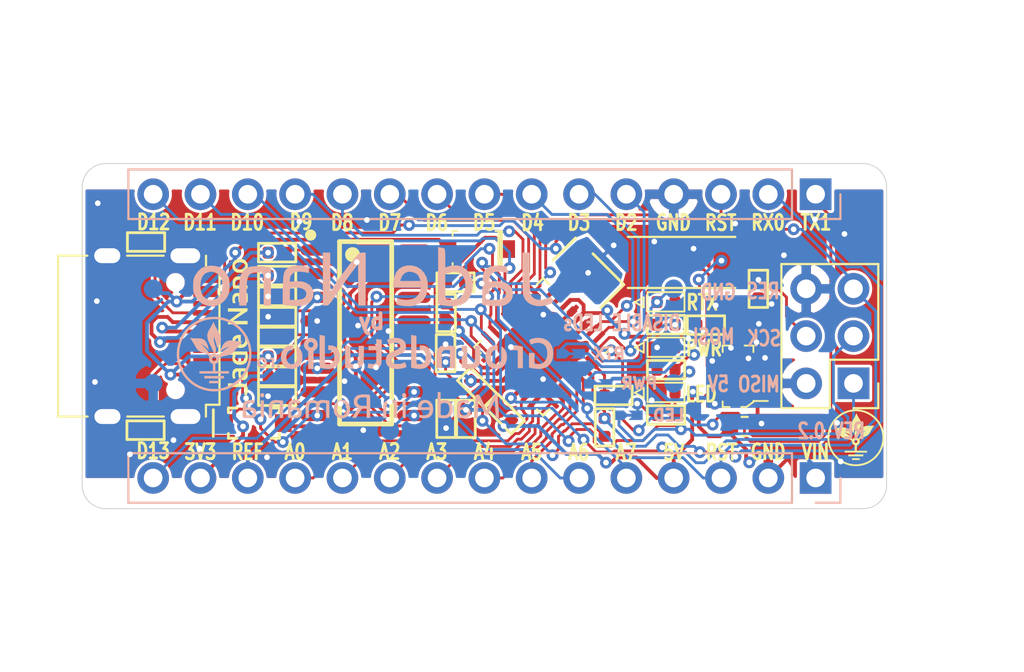
<source format=kicad_pcb>
(kicad_pcb (version 20211014) (generator pcbnew)
  (layers (0 "F.Cu" power) (31 "B.Cu" power) (34 "B.Paste" user) (35 "F.Paste" user) (36 "B.SilkS" user "B.Silkscreen") (37 "F.SilkS" user "F.Silkscreen") (38 "B.Mask" user) (39 "F.Mask" user) (44 "Edge.Cuts" user))
  (net 0 "")
  (net 1 "GND")
  (net 2 "VIN")
  (net 3 "AREF")
  (net 4 "+5V")
  (net 5 "VUSB")
  (net 6 "+3V3")
  (net 7 "Net-(D1-Pad1)")
  (net 8 "D10")
  (net 9 "D9")
  (net 10 "D8")
  (net 11 "D7")
  (net 12 "D6")
  (net 13 "D5")
  (net 14 "D4")
  (net 15 "D3")
  (net 16 "D2")
  (net 17 "D13-SCK")
  (net 18 "A0")
  (net 19 "A1")
  (net 20 "A2")
  (net 21 "A3")
  (net 22 "A4")
  (net 23 "A5")
  (net 24 "A6")
  (net 25 "A7")
  (net 26 "D12-MISO")
  (net 27 "D+")
  (net 28 "D-")
  (net 29 "Net-(LED_POW1-Pad2)")
  (net 30 "D11-MOSI")
  (net 31 "D0-uC_RX")
  (net 32 "D1-uC_TX")
  (net 33 "XTAL1")
  (net 34 "XTAL2")
  (net 35 "Net-(D3-Pad2)")
  (net 36 "Net-(USB1-PadB8)")
  (net 37 "Net-(USB1-PadA8)")
  (net 38 "Net-(C9-Pad2)")
  (net 39 "Net-(IC1-Pad15)")
  (net 40 "Net-(IC1-Pad14)")
  (net 41 "Net-(IC1-Pad13)")
  (net 42 "Net-(IC1-Pad12)")
  (net 43 "Net-(IC1-Pad8)")
  (net 44 "Net-(IC1-Pad5)")
  (net 45 "Net-(C12-Pad2)")
  (net 46 "Net-(C13-Pad1)")
  (net 47 "Net-(R9-Pad2)")
  (net 48 "Net-(R10-Pad1)")
  (net 49 "Net-(IC1-Pad11)")
  (net 50 "Net-(IC1-Pad6)")
  (net 51 "Net-(C3-Pad2)")
  (net 52 "Net-(J6-Pad1)")
  (net 53 "uC_Reset")
  (net 54 "Net-(IC1-Pad7)")
  (net 55 "Net-(J4-Pad2)")
  (net 56 "Net-(J5-Pad2)")
  (footprint "GS_Local:TestPoint" (layer "F.Cu") (at 156.21 93.345)
    (fp_text reference "TP_USH1")
    (fp_text value "TestPoint")
  )
  (footprint "GS_Local:USB_C_C167321" (layer "F.Cu") (at 154.806 90.805 -90)
    (fp_text reference "USB1")
    (fp_text value "USB_C 918-418K2023S40001")
  )
  (footprint "GS_Local:LED_0402_1005Metric" (layer "F.Cu") (at 183.73852 91.41206)
    (fp_text reference "LED_POW1")
    (fp_text value "LED_0402_RED")
  )
  (footprint "GS_Local:C_0402_1005Metric" (layer "F.Cu") (at 172.9994 95.25 -90)
    (fp_text reference "C7")
    (fp_text value "C_0402_100nF_16V")
  )
  (footprint "GS_Local:CSTNE" (layer "F.Cu") (at 179.558 87.4068 135)
    (fp_text reference "Y1")
    (fp_text value "RSN_3P_3.2x1.3 CSTNE16M0V")
  )
  (footprint "GS_Local:QFN-32-1EP_5x5mm_P0.5mm_EP3.1x3.1mm" (layer "F.Cu") (at 177.14464 91.3868 -135)
    (fp_text reference "U1")
    (fp_text value "ATmega328P-MU")
  )
  (footprint "GS_Local:R_0402_1005Metric" (layer "F.Cu") (at 185.88214 90.21572)
    (fp_text reference "R4")
    (fp_text value "R_0402_10k")
  )
  (footprint "GS_Local:R_0402_1005Metric" (layer "F.Cu") (at 180.92434 93.9927 180)
    (fp_text reference "R2")
    (fp_text value "R_0402_1k")
  )
  (footprint "GS_Local:R_0402_1005Metric" (layer "F.Cu") (at 180.4416 95.7072 90)
    (fp_text reference "R1")
    (fp_text value "R_0402_1k")
  )
  (footprint "GS_Local:TS342A2P-WZ" (layer "F.Cu") (at 184.58688 86.84768)
    (fp_text reference "SW1")
    (fp_text value "TS342A2P-WZ")
  )
  (footprint "GS_Local:Fiducial_0.75mm_Mask1.5mm" (layer "F.Cu") (at 153.77414 97.25406)
    (fp_text reference "FID1")
    (fp_text value "Fiducial")
  )
  (footprint "GS_Local:Fiducial_0.75mm_Mask1.5mm" (layer "F.Cu") (at 194.28206 84.1756)
    (fp_text reference "FID2")
    (fp_text value "Fiducial")
  )
  (footprint "GS_Local:R_0402_1005Metric" (layer "F.Cu") (at 183.73852 92.61348)
    (fp_text reference "R6")
    (fp_text value "R_0402_20k")
  )
  (footprint "GS_Local:C_0402_1005Metric" (layer "F.Cu") (at 162.8648 88.6714 180)
    (fp_text reference "C1")
    (fp_text value "C_0402_1uF_10V")
  )
  (footprint "GS_Local:C_0402_1005Metric" (layer "F.Cu") (at 171.9326 89.5604 90)
    (fp_text reference "C2")
    (fp_text value "C_0402_100nF_16V")
  )
  (footprint "GS_Local:SOP-16_150MIL" (layer "F.Cu") (at 167.6146 90.6272 -90)
    (fp_text reference "IC1")
    (fp_text value "SOP-16_150MIL HT42B534-2")
  )
  (footprint "GS_Local:R_0402_1005Metric" (layer "F.Cu") (at 183.73852 90.19286)
    (fp_text reference "R3")
    (fp_text value "R_0402_20k")
  )
  (footprint "GS_Local:TestPoint" (layer "F.Cu") (at 184.15 88.265)
    (fp_text reference "TP1")
    (fp_text value "TestPoint RxTx" hide)
  )
  (footprint "GS_Local:TestPoint" (layer "F.Cu") (at 168.91 95.885)
    (fp_text reference "TP_DTR2")
    (fp_text value "TestPoint" hide)
  )
  (footprint "GS_Local:C_0402_1005Metric" (layer "F.Cu") (at 188.6966 88.265 90)
    (fp_text reference "C8")
    (fp_text value "C_0402_4.7uF_16V")
  )
  (footprint "GS_Local:C_0402_1005Metric" (layer "F.Cu") (at 172.4406 87.9094 180)
    (fp_text reference "C9")
    (fp_text value "C_0402_100nF_16V")
  )
  (footprint "GS_Local:LED_0402_1005Metric" (layer "F.Cu") (at 183.73612 88.9762)
    (fp_text reference "D1")
    (fp_text value "LED_0402_GREEN")
  )
  (footprint "GS_Local:LED_0402_1005Metric" (layer "F.Cu") (at 183.73852 93.84284)
    (fp_text reference "D3")
    (fp_text value "LED_0402_GREEN")
  )
  (footprint "GS_Local:TestPoint" (layer "F.Cu") (at 156.21 88.265)
    (fp_text reference "TP_VBUS1")
    (fp_text value "TestPoint")
  )
  (footprint "GS_Local:TestPoint" (layer "F.Cu") (at 184.15 93.345)
    (fp_text reference "TP_LL1")
    (fp_text value "TestPoint" hide)
  )
  (footprint "GS_Local:C_0402_1005Metric" (layer "F.Cu") (at 162.8648 89.7636)
    (fp_text reference "C12")
    (fp_text value "C_0402_47pF_50V")
  )
  (footprint "GS_Local:C_0402_1005Metric" (layer "F.Cu") (at 162.8624 90.8304 180)
    (fp_text reference "C13")
    (fp_text value "C_0402_47pF_50V")
  )
  (footprint "GS_Local:R_0402_1005Metric" (layer "F.Cu") (at 162.8648 87.5538)
    (fp_text reference "R8")
    (fp_text value "R_0402_33")
  )
  (footprint "GS_Local:R_0402_1005Metric" (layer "F.Cu") (at 155.8012 95.8596)
    (fp_text reference "R9")
    (fp_text value "R_0402_5.1k")
  )
  (footprint "GS_Local:R_0402_1005Metric" (layer "F.Cu") (at 155.829 85.7504 180)
    (fp_text reference "R10")
    (fp_text value "R_0402_5.1k")
  )
  (footprint "GS_Local:R_0402_1005Metric" (layer "F.Cu") (at 183.73612 95.04172)
    (fp_text reference "R7")
    (fp_text value "R_0402_20k")
  )
  (footprint "GS_Local:C_0402_1005Metric" (layer "F.Cu") (at 162.8648 94.0308)
    (fp_text reference "C3")
    (fp_text value "C_0402_100nF_16V")
  )
  (footprint "GS_Local:R_0402_1005Metric" (layer "F.Cu") (at 162.8648 86.3219 180)
    (fp_text reference "R5")
    (fp_text value "R_0402_33")
  )
  (footprint "GS_Local:SOT-23-3" (layer "F.Cu") (at 187.6044 92.964 180)
    (fp_text reference "U3")
    (fp_text value "SOT-23-3 SSP7603P50MR")
  )
  (footprint "GS_Local:C_0603_1608Metric" (layer "F.Cu") (at 187.96 95.6564)
    (fp_text reference "C5")
    (fp_text value "C_0603_1uF_50V")
  )
  (footprint "GS_Local:C_0402_1005Metric" (layer "F.Cu") (at 162.8648 91.8972)
    (fp_text reference "C11")
    (fp_text value "C_0402_100nF_16V")
  )
  (footprint "GS_Branding:GS_Logo2_3x3" (layer "F.Cu") (at 193.929 96.266)
    (fp_text reference "G***" hide)
    (fp_text value "LOGO" hide)
  )
  (footprint "GS_Local:R_0402_1005Metric" (layer "F.Cu") (at 171.9072 91.7194 -90)
    (fp_text reference "R11")
    (fp_text value "DNP")
  )
  (footprint "GS_Local:R_0402_1005Metric" (layer "F.Cu") (at 171.9326 95.25 90)
    (fp_text reference "R12")
    (fp_text value "DNP")
  )
  (footprint "GS_Local:PinHeader_2x03_P2.54mm_Vertical_Male" (layer "F.Cu") (at 193.802 93.345 180)
    (fp_text reference "J3")
    (fp_text value "PinHeader_2x03_P2.54_V_M")
  )
  (footprint "GS_Branding:Jade Nano 7.6x1.4" (layer "F.Cu") (at 160.7185 90.3605 90)
    (fp_text reference "G***" hide)
    (fp_text value "LOGO" hide)
  )
  (footprint "GS_Local:SOD-123" (layer "F.Cu") (at 173.609 86.1314 180)
    (fp_text reference "CR1")
    (fp_text value "SOD-123 B0520LW")
  )
  (footprint "GS_Local:C_0402_1005Metric" (layer "F.Cu") (at 175.0822 94.996 135)
    (fp_text reference "C6")
    (fp_text value "C_0402_4.7uF_16V")
  )
  (footprint "GS_Local:C_0402_1005Metric" (layer "F.Cu") (at 173.609 93.5482 -45)
    (fp_text reference "C4")
    (fp_text value "C_0402_100nF_16V")
  )
  (footprint "GS_Local:SOD-123" (layer "F.Cu") (at 161.6202 95.4786)
    (fp_text reference "D2")
    (fp_text value "SOD-123 B0520LW")
  )
  (footprint "GS_Local:C_0402_1005Metric" (layer "F.Cu") (at 162.8648 92.964)
    (fp_text reference "C10")
    (fp_text value "C_0402_4.7uF_16V")
  )
  (footprint "GS_Local:PinHeader_1x15_P2.54mm_Vertical_Male" (layer "B.Cu") (at 191.77 83.185 90)
    (fp_text reference "J1")
    (fp_text value "PinHeader_1x15_P2.54_V_M")
  )
  (footprint "GS_Local:PinHeader_1x15_P2.54mm_Vertical_Male" (layer "B.Cu") (at 191.77 98.425 90)
    (fp_text reference "J2")
    (fp_text value "PinHeader_1x15_P2.54_V_M")
  )
  (footprint "GS_Branding:GS_Made in Romania_13.8x1.4" (layer "B.Cu") (at 167.90924 94.50324 180)
    (fp_text reference "G***")
    (fp_text value "LOGO")
  )
  (footprint "GS_Branding:GS_.ro_1.2x0.6" (layer "B.Cu") (at 162.40252 92.23502 180)
    (fp_text reference "G***")
    (fp_text value "LOGO")
  )
  (footprint "GS_Branding:GS_GroundStudio_14.6x1.8" (layer "B.Cu") (at 170.37812 91.65082 180)
    (fp_text reference "G***")
    (fp_text value "LOGO")
  )
  (footprint "GS_Branding:GS_Logo2_4x4" (layer "B.Cu") (at 159.48406 91.7702 180)
    (fp_text reference "G***")
    (fp_text value "LOGO")
  )
  (footprint "GS_Branding:Jade Nano 24.8x16.7" (layer "B.Cu") (at 167.8686 88.05418 180)
    (fp_text reference "G***")
    (fp_text value "LOGO")
  )
  (footprint "GS_Local:SolderJumper_NC_small" (layer "B.Cu") (at 178.62804 91.75496)
    (fp_text reference "J5")
    (fp_text value "RTX LED DISABLE")
  )
  (footprint "GS_Local:SolderJumper_NC_small" (layer "B.Cu") (at 180.0987 93.36786)
    (fp_text reference "J6")
    (fp_text value "PWR LED DISABLE")
  )
  (footprint "GS_Local:SolderJumper_NC_small" (layer "B.Cu") (at 181.7243 95.05696)
    (fp_text reference "J4")
    (fp_text value "L LED DISABLE")
  )
  (gr_line (start 153.67 100.076) (end 194.31 100.076) (layer "Edge.Cuts") (width 0.05))
  (gr_line (start 195.58 82.804) (end 195.58 98.806) (layer "Edge.Cuts") (width 0.05))
  (gr_arc (start 195.58 98.806) (mid 195.208026 99.704026) (end 194.31 100.076) (layer "Edge.Cuts") (width 0.05))
  (gr_line (start 152.4 98.806) (end 152.4 82.804) (layer "Edge.Cuts") (width 0.05))
  (gr_arc (start 153.67 100.076) (mid 152.771974 99.704026) (end 152.4 98.806) (layer "Edge.Cuts") (width 0.05))
  (gr_line (start 153.67 81.534) (end 194.31 81.534) (layer "Edge.Cuts") (width 0.05))
  (gr_arc (start 152.4 82.804) (mid 152.771974 81.905974) (end 153.67 81.534) (layer "Edge.Cuts") (width 0.05))
  (gr_arc (start 194.31 81.534) (mid 195.208026 81.905974) (end 195.58 82.804) (layer "Edge.Cuts") (width 0.05))
  (gr_text "MISO" (at 188.722 93.3958) (layer "B.SilkS") (effects (font (size 0.8128 0.6096) (thickness 0.1524)) (justify mirror)))
  (gr_text "GND" (at 186.54776 88.45296) (layer "B.SilkS") (effects (font (size 0.8128 0.6096) (thickness 0.1524)) (justify mirror)))
  (gr_text "5V" (at 186.54776 93.38056) (layer "B.SilkS") (effects (font (size 0.8128 0.6096) (thickness 0.1524)) (justify mirror)))
  (gr_text "MOSI" (at 186.29376 90.84056) (layer "B.SilkS") (effects (font (size 0.8128 0.6096) (thickness 0.1524)) (justify mirror)))
  (gr_text "SCK" (at 189.0014 90.932) (layer "B.SilkS") (effects (font (size 0.8128 0.6096) (thickness 0.1524)) (justify mirror)))
  (gr_text "RES" (at 188.9506 88.392) (layer "B.SilkS") (effects (font (size 0.8128 0.6096) (thickness 0.1524)) (justify mirror)))
  (gr_text "DISABLE LEDs" (at 181.356 90.1065) (layer "B.SilkS") (effects (font (size 0.8128 0.6096) (thickness 0.1524)) (justify mirror)))
  (gr_text "PWR" (at 182.30342 93.33992) (layer "B.SilkS") (effects (font (size 0.6096 0.6096) (thickness 0.1524)) (justify mirror)))
  (gr_text "RTX" (at 180.6956 91.75496) (layer "B.SilkS") (effects (font (size 0.6096 0.6096) (thickness 0.1524)) (justify mirror)))
  (gr_text "LED" (at 183.88584 95.05696) (layer "B.SilkS") (effects (font (size 0.6096 0.6096) (thickness 0.1524)) (justify mirror)))
  (gr_text "by" (at 167.92956 90.02268) (layer "B.SilkS") (effects (font (size 0.8128 0.8128) (thickness 0.2032)) (justify mirror)))
  (gr_text "REV 0.2" (at 192.6082 95.90532) (layer "B.SilkS") (effects (font (size 0.8128 0.6096) (thickness 0.1524)) (justify mirror)))
  (gr_text "D11" (at 158.7274 84.7028) (layer "F.SilkS") (effects (font (size 0.8128 0.6096) (thickness 0.1524))))
  (gr_text "D10\n" (at 161.2574 84.7028) (layer "F.SilkS") (effects (font (size 0.8128 0.6096) (thickness 0.1524))))
  (gr_text "D9\n" (at 164.15004 84.67344) (layer "F.SilkS") (effects (font (size 0.8128 0.6096) (thickness 0.1524))))
  (gr_text "D8\n" (at 166.3574 84.7128) (layer "F.SilkS") (effects (font (size 0.8128 0.6096) (thickness 0.1524))))
  (gr_text "D7\n" (at 168.9074 84.7128) (layer "F.SilkS") (effects (font (size 0.8128 0.6096) (thickness 0.1524))))
  (gr_text "D6\n" (at 171.4374 84.7228) (layer "F.SilkS") (effects (font (size 0.8128 0.6096) (thickness 0.1524))))
  (gr_text "D5\n" (at 173.9774 84.7128) (layer "F.SilkS") (effects (font (size 0.8128 0.6096) (thickness 0.1524))))
  (gr_text "D3\n" (at 179.0674 84.7128) (layer "F.SilkS") (effects (font (size 0.8128 0.6096) (thickness 0.1524))))
  (gr_text "D2\n" (at 181.6074 84.7128) (layer "F.SilkS") (effects (font (size 0.8128 0.6096) (thickness 0.1524))))
  (gr_text "GND" (at 184.1374 84.7128) (layer "F.SilkS") (effects (font (size 0.8128 0.6096) (thickness 0.1524))))
  (gr_text "GND" (at 189.2174 97.0328) (layer "F.SilkS") (effects (font (size 0.8128 0.6096) (thickness 0.1524))))
  (gr_text "RST" (at 186.6674 84.7228) (layer "F.SilkS") (effects (font (size 0.8128 0.6096) (thickness 0.1524))))
  (gr_text "RX0" (at 189.2174 84.7128) (layer "F.SilkS") (effects (font (size 0.8128 0.6096) (thickness 0.1524))))
  (gr_text "TX1" (at 191.7874 84.7028) (layer "F.SilkS") (effects (font (size 0.8128 0.6096) (thickness 0.1524))))
  (gr_text "VIN" (at 191.7674 97.0428) (layer "F.SilkS") (effects (font (size 0.8128 0.6096) (thickness 0.1524))))
  (gr_text "RST" (at 186.7074 97.0528) (layer "F.SilkS") (effects (font (size 0.8128 0.6096) (thickness 0.1524))))
  (gr_text "5V" (at 184.1574 97.0528) (layer "F.SilkS") (effects (font (size 0.8128 0.6096) (thickness 0.1524))))
  (gr_text "A7" (at 181.5974 97.0528) (layer "F.SilkS") (effects (font (size 0.8128 0.6096) (thickness 0.1524))))
  (gr_text "A6" (at 179.0574 97.0428) (layer "F.SilkS") (effects (font (size 0.8128 0.6096) (thickness 0.1524))))
  (gr_text "A5" (at 176.5274 97.0428) (layer "F.SilkS") (effects (font (size 0.8128 0.6096) (thickness 0.1524))))
  (gr_text "A4" (at 173.9874 97.0228) (layer "F.SilkS") (effects (font (size 0.8128 0.6096) (thickness 0.1524))))
  (gr_text "A3" (at 171.4374 97.0228) (layer "F.SilkS") (effects (font (size 0.8128 0.6096) (thickness 0.1524))))
  (gr_text "A2" (at 168.9074 97.0128) (layer "F.SilkS") (effects (font (size 0.8128 0.6096) (thickness 0.1524))))
  (gr_text "A1" (at 166.3674 97.0228) (layer "F.SilkS") (effects (font (size 0.8128 0.6096) (thickness 0.1524))))
  (gr_text "A0" (at 163.8274 97.0228) (layer "F.SilkS") (effects (font (size 0.8128 0.6096) (thickness 0.1524))))
  (gr_text "REF" (at 161.2774 97.0328) (layer "F.SilkS") (effects (font (size 0.8128 0.6096) (thickness 0.1524))))
  (gr_text "D13" (at 156.21 96.9772) (layer "F.SilkS") (effects (font (size 0.8128 0.6096) (thickness 0.1524))))
  (gr_text "D4\n" (at 176.5774 84.7228) (layer "F.SilkS") (effects (font (size 0.8128 0.6096) (thickness 0.1524))))
  (gr_text "3V3" (at 158.7474 97.0228) (layer "F.SilkS") (effects (font (size 0.8128 0.6096) (thickness 0.1524))))
  (gr_text "PWR" (at 185.7756 91.4654) (layer "F.SilkS") (effects (font (size 0.8128 0.6096) (thickness 0.1524))))
  (gr_text "D12" (at 156.2354 84.6836) (layer "F.SilkS") (effects (font (size 0.8128 0.6096) (thickness 0.1524))))
  (gr_text "LED" (at 185.6232 93.9292) (layer "F.SilkS") (effects (font (size 0.8128 0.6096) (thickness 0.1524))))
  (gr_text "RTX\n" (at 185.674 89.0016) (layer "F.SilkS") (effects (font (size 0.8128 0.6096) (thickness 0.1524))))
  (segment (start 193.11366 97.54362) (end 192.796161 97.226121) (width 0.2032) (layer "F.Cu") (net 1))
  (segment (start 157.93466 86.36762) (end 158.90748 87.34044) (width 0.2032) (layer "F.Cu") (net 1))
  (segment (start 158.90748 87.64016) (end 158.90748 87.34044) (width 0.2032) (layer "F.Cu") (net 1))
  (segment (start 179.558 87.4068) (end 179.557989 87.406811) (width 0.2032) (layer "F.Cu") (net 1))
  (segment (start 178.691436 89.486451) (end 177.14464 91.033247) (width 0.2032) (layer "F.Cu") (net 1))
  (segment (start 192.796161 97.226121) (end 190.428879 97.226121) (width 0.2032) (layer "F.Cu") (net 1))
  (segment (start 179.398543 90.193557) (end 178.2053 91.3868) (width 0.2032) (layer "F.Cu") (net 1))
  (segment (start 188.6544 93.914) (end 188.6544 95.5633) (width 0.2032) (layer "F.Cu") (net 1))
  (segment (start 178.2053 91.3868) (end 177.14464 91.3868) (width 0.2032) (layer "F.Cu") (net 1))
  (segment (start 180.92928 85.9282) (end 181.4424 85.9282) (width 0.2032) (layer "F.Cu") (net 1))
  (segment (start 188.6544 95.5633) (end 188.7475 95.6564) (width 0.2032) (layer "F.Cu") (net 1))
  (segment (start 190.428879 97.226121) (end 189.23 98.425) (width 0.2032) (layer "F.Cu") (net 1))
  (segment (start 177.14464 91.033247) (end 177.14464 91.3868) (width 0.2032) (layer "F.Cu") (net 1))
  (segment (start 190.0682 86.4616) (end 190.015 86.4616) (width 0.2032) (layer "F.Cu") (net 1))
  (segment (start 181.4424 85.9282) (end 182.36188 86.84768) (width 0.2032) (layer "F.Cu") (net 1))
  (segment (start 175.597844 93.287149) (end 176.086092 92.798901) (width 0.2032) (layer "F.Cu") (net 1))
  (segment (start 176.086092 92.798901) (end 176.086092 92.445348) (width 0.2032) (layer "F.Cu") (net 1))
  (segment (start 157.93774 95.00562) (end 158.90748 94.03588) (width 0.2032) (layer "F.Cu") (net 1))
  (segment (start 159.01162 94.15526) (end 159.01162 93.85554) (width 0.2032) (layer "F.Cu") (net 1))
  (segment (start 157.84186 95.00562) (end 157.93774 95.00562) (width 0.2032) (layer "F.Cu") (net 1))
  (segment (start 176.086092 92.445348) (end 177.14464 91.3868) (width 0.2032) (layer "F.Cu") (net 1))
  (via (at 191.74206 84.53374) (size 0.635) (drill 0.3048) (layers "F.Cu" "B.Cu") (net 1))
  (via (at 166.4843 93.22562) (size 0.635) (drill 0.3048) (layers "F.Cu" "B.Cu") (net 1))
  (via (at 168.1734 92.48648) (size 0.635) (drill 0.3048) (layers "F.Cu" "B.Cu") (net 1))
  (via (at 167.68318 84.56676) (size 0.635) (drill 0.3048) (layers "F.Cu" "B.Cu") (net 1))
  (via (at 171.9326 95.74784) (size 0.635) (drill 0.3048) (layers "F.Cu" "B.Cu") (net 1))
  (via (at 167.2082 90.24112) (size 0.635) (drill 0.3048) (layers "F.Cu" "B.Cu") (net 1))
  (via (at 188.86424 95.50146) (size 0.635) (drill 0.3048) (layers "F.Cu" "B.Cu") (net 1))
  (via (at 192.92316 95.4659) (size 0.635) (drill 0.3048) (layers "F.Cu" "B.Cu") (net 1))
  (via (at 162.3187 97.31502) (size 0.635) (drill 0.3048) (layers "F.Cu" "B.Cu") (net 1))
  (via (at 154.9654 97.155) (size 0.635) (drill 0.3048) (layers "F.Cu" "B.Cu") (net 1))
  (via (at 167.13454 86.82736) (size 0.635) (drill 0.3048) (layers "F.Cu" "B.Cu") (net 1))
  (via (at 177.1396 93.1164) (size 0.635) (drill 0.3048) (layers "F.Cu" "B.Cu") (net 1))
  (via (at 153.1874 88.9254) (size 0.635) (drill 0.3048) (layers "F.Cu" "B.Cu") (net 1))
  (via (at 182.97144 94.25178) (size 0.635) (drill 0.3048) (layers "F.Cu" "B.Cu") (net 1))
  (via (at 165.014624 89.9922) (size 0.635) (drill 0.3048) (layers "F.Cu" "B.Cu") (net 1))
  (via (at 193.11366 97.54362) (size 0.635) (drill 0.3048) (layers "F.Cu" "B.Cu") (net 1))
  (via (at 193.3194 85.3186) (size 0.635) (drill 0.3048) (layers "F.Cu" "B.Cu") (net 1))
  (via (at 153.0858 93.2688) (size 0.635) (drill 0.3048) (layers "F.Cu" "B.Cu") (net 1))
  (via (at 188.6966 87.78) (size 0.635) (drill 0.3048) (layers "F.Cu" "B.Cu") (net 1))
  (via (at 180.92928 85.9282) (size 0.635) (drill 0.3048) (layers "F.Cu" "B.Cu") (net 1))
  (via (at 179.557989 87.406811) (size 0.635) (drill 0.3048) (layers "F.Cu" "B.Cu") (net 1))
  (via (at 158.6992 96.8502) (size 0.635) (drill 0.3048) (layers "F.Cu" "B.Cu") (net 1))
  (via (at 183.261 91.4146) (size 0.635) (drill 0.3048) (layers "F.Cu" "B.Cu") (net 1))
  (via (at 162.3822 89.7636) (size 0.635) (drill 0.3048) (layers "F.Cu" "B.Cu") (net 1))
  (via (at 157.3022 96.393) (size 0.635) (drill 0.3048) (layers "F.Cu" "B.Cu") (net 1))
  (via (at 187.452 84.7598) (size 0.635) (drill 0.3048) (layers "F.Cu" "B.Cu") (net 1))
  (via (at 168.84142 90.53322) (size 0.635) (drill 0.3048) (layers "F.Cu" "B.Cu") (net 1))
  (via (at 162.3822 88.6714) (size 0.635) (drill 0.3048) (layers "F.Cu" "B.Cu") (net 1))
  (via (at 164.0586 84.6582) (size 0.635) (drill 0.3048) (layers "F.Cu" "B.Cu") (net 1))
  (via (at 153.2382 83.6676) (size 0.635) (drill 0.3048) (layers "F.Cu" "B.Cu") (net 1))
  (via (at 183.1086 85.725) (size 0.635) (drill 0.3048) (layers "F.Cu" "B.Cu") (net 1))
  (via (at 177.1523 89.65184) (size 0.635) (drill 0.3048) (layers "F.Cu" "B.Cu") (net 1))
  (via (at 162.37712 94.03334) (size 0.635) (drill 0.3048) (layers "F.Cu" "B.Cu") (net 1))
  (via (at 185.2168 86.106) (size 0.635) (drill 0.3048) (layers "F.Cu" "B.Cu") (net 1))
  (via (at 167.4876 95.8596) (size 0.635) (drill 0.3048) (layers "F.Cu" "B.Cu") (net 1))
  (via (at 190.0682 86.4616) (size 0.635) (drill 0.3048) (layers "F.Cu" "B.Cu") (net 1))
  (via (at 171.9072 91.2368) (size 0.635) (drill 0.3048) (layers "F.Cu" "B.Cu") (net 1))
  (via (at 175.4124 91.3892) (size 0.635) (drill 0.3048) (layers "F.Cu" "B.Cu") (net 1))
  (segment (start 180.92928 85.9282) (end 179.557989 87.299491) (width 0.2032) (layer "B.Cu") (net 1))
  (segment (start 179.557989 87.299491) (end 179.557989 87.406811) (width 0.2032) (layer "B.Cu") (net 1))
  (segment (start 186.5544 93.3536) (end 186.5544 92.964) (width 0.2032) (layer "F.Cu") (net 2))
  (segment (start 187.1725 95.6564) (end 187.1725 96.02714) (width 0.2032) (layer "F.Cu") (net 2))
  (segment (start 185.49874 95.66148) (end 185.49874 94.40926) (width 0.2032) (layer "F.Cu") (net 2))
  (segment (start 187.1725 95.6564) (end 186.64418 96.18472) (width 0.2032) (layer "F.Cu") (net 2))
  (segment (start 188.038741 96.893381) (end 188.038741 97.419588) (width 0.2032) (layer "F.Cu") (net 2))
  (segment (start 188.038741 97.419588) (end 188.205953 97.5868) (width 0.2032) (layer "F.Cu") (net 2))
  (segment (start 187.1725 96.02714) (end 188.038741 96.893381) (width 0.2032) (layer "F.Cu") (net 2))
  (segment (start 185.49874 94.40926) (end 186.5544 93.3536) (width 0.2032) (layer "F.Cu") (net 2))
  (segment (start 186.64418 96.18472) (end 186.02198 96.18472) (width 0.2032) (layer "F.Cu") (net 2))
  (segment (start 186.02198 96.18472) (end 185.49874 95.66148) (width 0.2032) (layer "F.Cu") (net 2))
  (via (at 188.205953 97.5868) (size 0.635) (drill 0.3048) (layers "F.Cu" "B.Cu") (net 2))
  (segment (start 191.77 97.84842) (end 191.77 98.425) (width 0.2032) (layer "B.Cu") (net 2))
  (segment (start 191.21882 97.29724) (end 191.77 97.84842) (width 0.2032) (layer "B.Cu") (net 2))
  (segment (start 188.35624 97.5868) (end 188.6458 97.29724) (width 0.2032) (layer "B.Cu") (net 2))
  (segment (start 188.205953 97.5868) (end 188.35624 97.5868) (width 0.2032) (layer "B.Cu") (net 2))
  (segment (start 188.6458 97.29724) (end 191.21882 97.29724) (width 0.2032) (layer "B.Cu") (net 2))
  (segment (start 173.271563 93.210743) (end 173.266053 93.205233) (width 0.2032) (layer "F.Cu") (net 3))
  (segment (start 175.244291 92.933596) (end 174.967144 93.210743) (width 0.2032) (layer "F.Cu") (net 3))
  (segment (start 174.967144 93.210743) (end 173.271563 93.210743) (width 0.2032) (layer "F.Cu") (net 3))
  (via (at 173.266053 93.205233) (size 0.635) (drill 0.3048) (layers "F.Cu" "B.Cu") (net 3))
  (segment (start 171.577 92.7862) (end 172.84702 92.7862) (width 0.2032) (layer "B.Cu") (net 3))
  (segment (start 161.29 98.425) (end 161.29 97.3582) (width 0.2032) (layer "B.Cu") (net 3))
  (segment (start 170.6118 91.821) (end 171.577 92.7862) (width 0.2032) (layer "B.Cu") (net 3))
  (segment (start 161.29 97.3582) (end 166.8272 91.821) (width 0.2032) (layer "B.Cu") (net 3))
  (segment (start 172.84702 92.7862) (end 173.266053 93.205233) (width 0.2032) (layer "B.Cu") (net 3))
  (segment (start 166.8272 91.821) (end 170.6118 91.821) (width 0.2032) (layer "B.Cu") (net 3))
  (segment (start 180.436694 89.567688) (end 180.585036 89.419346) (width 0.2032) (layer "F.Cu") (net 4))
  (segment (start 172.1993 93.8149) (end 172.9994 94.615) (width 0.2032) (layer "F.Cu") (net 4))
  (segment (start 172.625537 89.768337) (end 171.9326 89.0754) (width 0.2032) (layer "F.Cu") (net 4))
  (segment (start 174.028342 85.51926) (end 172.654202 86.8934) (width 0.2032) (layer "F.Cu") (net 4))
  (segment (start 184.15 97.36074) (end 185.14313 96.36761) (width 0.2032) (layer "F.Cu") (net 4))
  (segment (start 173.4312 92.09845) (end 173.4312 91.470911) (width 0.2032) (layer "F.Cu") (net 4))
  (segment (start 184.9374 90.932) (end 184.84345 90.83805) (width 0.2032) (layer "F.Cu") (net 4))
  (segment (start 175.425147 95.338947) (end 175.317599 95.338947) (width 0.2032) (layer "F.Cu") (net 4))
  (segment (start 179.044989 89.840004) (end 179.317305 89.567688) (width 0.2032) (layer "F.Cu") (net 4))
  (segment (start 185.13552 93.83522) (end 185.18124 93.7895) (width 0.2032) (layer "F.Cu") (net 4))
  (segment (start 185.65086 90.932) (end 186.36714 90.21572) (width 0.2032) (layer "F.Cu") (net 4))
  (segment (start 167.08882 94.47022) (end 165.90772 95.65132) (width 0.2032) (layer "F.Cu") (net 4))
  (segment (start 166.778682 88.514918) (end 169.1114 86.1822) (width 0.2032) (layer "F.Cu") (net 4))
  (segment (start 165.90772 95.65132) (end 163.36792 95.65132) (width 0.2032) (layer "F.Cu") (net 4))
  (segment (start 184.8231 90.8177) (end 184.9374 90.932) (width 0.2032) (layer "F.Cu") (net 4))
  (segment (start 183.243922 98.425) (end 182.139921 97.320999) (width 0.2032) (layer "F.Cu") (net 4))
  (segment (start 166.778682 89.203738) (end 166.778682 88.514918) (width 0.2032) (layer "F.Cu") (net 4))
  (segment (start 184.15 98.425) (end 184.15 97.36074) (width 0.2032) (layer "F.Cu") (net 4))
  (segment (start 172.625537 90.53831) (end 172.625537 89.768337) (width 0.2032) (layer "F.Cu") (net 4))
  (segment (start 169.0116 94.4372) (end 171.1706 94.4372) (width 0.2032) (layer "F.Cu") (net 4))
  (segment (start 175.317599 95.338947) (end 175.020932 95.635614) (width 0.2032) (layer "F.Cu") (net 4))
  (segment (start 180.801557 97.599521) (end 180.516923 97.599521) (width 0.2032) (layer "F.Cu") (net 4))
  (segment (start 167.08882 92.42044) (end 167.08882 94.47022) (width 0.2032) (layer "F.Cu") (net 4))
  (segment (start 167.08882 91.95054) (end 166.47342 91.33514) (width 0.2032) (layer "F.Cu") (net 4))
  (segment (start 179.043511 88.860582) (end 179.317305 89.134376) (width 0.2032) (layer "F.Cu") (net 4))
  (segment (start 169.1114 86.1822) (end 170.2146 86.1822) (width 0.2032) (layer "F.Cu") (net 4))
  (segment (start 182.139921 97.320999) (end 181.080079 97.320999) (width 0.2032) (layer "F.Cu") (net 4))
  (segment (start 173.4312 91.470911) (end 172.625537 90.665248) (width 0.2032) (layer "F.Cu") (net 4))
  (segment (start 178.610198 88.860582) (end 179.043511 88.860582) (width 0.2032) (layer "F.Cu") (net 4))
  (segment (start 181.509749 90.730149) (end 181.509749 90.686811) (width 0.2032) (layer "F.Cu") (net 4))
  (segment (start 178.337883 89.132897) (end 178.610198 88.860582) (width 0.2032) (layer "F.Cu") (net 4))
  (segment (start 171.7929 93.8149) (end 172.1993 93.8149) (width 0.2032) (layer "F.Cu") (net 4))
  (segment (start 184.84345 90.83805) (end 181.660988 90.83805) (width 0.2032) (layer "F.Cu") (net 4))
  (segment (start 168.91 94.3356) (end 169.0116 94.4372) (width 0.2032) (layer "F.Cu") (net 4))
  (segment (start 184.8231 89.57818) (end 184.22112 88.9762) (width 0.2032) (layer "F.Cu") (net 4))
  (segment (start 172.654202 86.8934) (end 170.9258 86.8934) (width 0.2032) (layer "F.Cu") (net 4))
  (segment (start 179.317305 89.134376) (end 179.317305 89.567688) (width 0.2032) (layer "F.Cu") (net 4))
  (segment (start 181.080079 97.320999) (end 180.801557 97.599521) (width 0.2032) (layer "F.Cu") (net 4))
  (segment (start 185.14313 96.36761) (end 185.14313 93.82761) (width 0.2032) (layer "F.Cu") (net 4))
  (segment (start 184.15 98.425) (end 183.243922 98.425) (width 0.2032) (layer "F.Cu") (net 4))
  (segment (start 174.537184 92.226489) (end 174.264869 92.498804) (width 0.2032) (layer "F.Cu") (net 4))
  (segment (start 174.264869 92.498804) (end 173.831554 92.498804) (width 0.2032) (layer "F.Cu") (net 4))
  (segment (start 185.14313 93.82761) (end 185.18124 93.7895) (width 0.2032) (layer "F.Cu") (net 4))
  (segment (start 184.9374 90.932) (end 185.65086 90.932) (width 0.2032) (layer "F.Cu") (net 4))
  (segment (start 166.47342 89.509) (end 166.778682 89.203738) (width 0.2032) (layer "F.Cu") (net 4))
  (segment (start 166.47342 91.33514) (end 166.47342 89.509) (width 0.2032) (layer "F.Cu") (net 4))
  (segment (start 171.1706 94.4372) (end 171.7929 93.8149) (width 0.2032) (layer "F.Cu") (net 4))
  (segment (start 179.317305 89.567688) (end 180.436694 89.567688) (width 0.2032) (layer "F.Cu") (net 4))
  (segment (start 174.57186 85.51926) (end 174.028342 85.51926) (width 0.2032) (layer "F.Cu") (net 4))
  (segment (start 173.831554 92.498804) (end 173.4312 92.09845) (width 0.2032) (layer "F.Cu") (net 4))
  (segment (start 163.36792 95.65132) (end 163.1952 95.4786) (width 0.2032) (layer "F.Cu") (net 4))
  (segment (start 181.660988 90.83805) (end 181.509749 90.686811) (width 0.2032) (layer "F.Cu") (net 4))
  (segment (start 167.08882 92.42044) (end 167.08882 91.95054) (width 0.2032) (layer "F.Cu") (net 4))
  (segment (start 170.9258 86.8934) (end 170.2146 86.1822) (width 0.2032) (layer "F.Cu") (net 4))
  (segment (start 172.9994 94.615) (end 172.9994 94.765) (width 0.2032) (layer "F.Cu") (net 4))
  (segment (start 181.6354 90.8558) (end 181.509749 90.730149) (width 0.2032) (layer "F.Cu") (net 4))
  (segment (start 175.184 86.1314) (end 174.57186 85.51926) (width 0.2032) (layer "F.Cu") (net 4))
  (segment (start 172.625537 90.665248) (end 172.625537 90.53831) (width 0.2032) (layer "F.Cu") (net 4))
  (segment (start 184.8231 89.57818) (end 184.8231 90.8177) (width 0.2032) (layer "F.Cu") (net 4))
  (via (at 186.2201 92.1385) (size 0.635) (drill 0.3048) (layers "F.Cu" "B.Cu") (net 4))
  (via (at 184.9374 90.932) (size 0.635) (drill 0.3048) (layers "F.Cu" "B.Cu") (net 4))
  (via (at 168.91 94.3356) (size 0.635) (drill 0.3048) (layers "F.Cu" "B.Cu") (net 4))
  (via (at 189.0522 91.9734) (size 0.635) (drill 0.3048) (layers "F.Cu" "B.Cu") (net 4))
  (via (at 188.595 91.1352) (size 0.635) (drill 0.3048) (layers "F.Cu" "B.Cu") (net 4))
  (via (at 188.1632 91.9988) (size 0.635) (drill 0.3048) (layers "F.Cu" "B.Cu") (net 4))
  (via (at 167.08882 92.42044) (size 0.635) (drill 0.3048) (layers "F.Cu" "B.Cu") (net 4))
  (via (at 172.999426 94.765) (size 0.635) (drill 0.3048) (layers "F.Cu" "B.Cu") (net 4))
  (via (at 189.4078 89.0778) (size 0.635) (drill 0.3048) (layers "F.Cu" "B.Cu") (net 4))
  (via (at 185.18124 93.7895) (size 0.635) (drill 0.3048) (layers "F.Cu" "B.Cu") (net 4))
  (via (at 188.722 90.1446) (size 0.635) (drill 0.3048) (layers "F.Cu" "B.Cu") (net 4))
  (via (at 186.4106 89.154) (size 0.635) (drill 0.3048) (layers "F.Cu" "B.Cu") (net 4))
  (via (at 186.3598 94.4372) (size 0.635) (drill 0.3048) (layers "F.Cu" "B.Cu") (net 4))
  (via (at 180.516923 97.599521) (size 0.635) (drill 0.3048) (layers "F.Cu" "B.Cu") (net 4))
  (via (at 172.625537 90.53831) (size 0.635) (drill 0.3048) (layers "F.Cu" "B.Cu") (net 4))
  (via (at 181.509749 90.686811) (size 0.635) (drill 0.3048) (layers "F.Cu" "B.Cu") (net 4))
  (via (at 180.585036 89.419346) (size 0.635) (drill 0.3048) (layers "F.Cu" "B.Cu") (net 4))
  (via (at 187.2234 91.44) (size 0.635) (drill 0.3048) (layers "F.Cu" "B.Cu") (net 4))
  (via (at 175.020932 95.635614) (size 0.635) (drill 0.3048) (layers "F.Cu" "B.Cu") (net 4))
  (segment (start 168.91 94.3356) (end 167.08882 92.51442) (width 0.2032) (layer "B.Cu") (net 4))
  (segment (start 178.384591 97.13468) (end 180.052082 97.13468) (width 0.2032) (layer "B.Cu") (net 4))
  (segment (start 180.63211 93.36786) (end 180.63211 93.34245) (width 0.2032) (layer "B.Cu") (net 4))
  (segment (start 174.167099 92.079872) (end 174.167099 93.597327) (width 0.2032) (layer "B.Cu") (net 4))
  (segment (start 180.63211 93.34245) (end 180.8861 93.08846) (width 0.2032) (layer "B.Cu") (net 4))
  (segment (start 183.85536 94.2467) (end 184.72404 94.2467) (width 0.2032) (layer "B.Cu") (net 4))
  (segment (start 175.020932 95.635614) (end 176.885525 95.635614) (width 0.2032) (layer "B.Cu") (net 4))
  (segment (start 174.167099 93.597327) (end 172.999426 94.765) (width 0.2032) (layer "B.Cu") (net 4))
  (segment (start 167.08882 92.51442) (end 167.08882 92.42044) (width 0.2032) (layer "B.Cu") (net 4))
  (segment (start 182.69712 93.08846) (end 183.85536 94.2467) (width 0.2032) (layer "B.Cu") (net 4))
  (segment (start 172.625537 90.53831) (end 174.167099 92.079872) (width 0.2032) (layer "B.Cu") (net 4))
  (segment (start 176.885525 95.635614) (end 178.384591 97.13468) (width 0.2032) (layer "B.Cu") (net 4))
  (segment (start 184.72404 94.2467) (end 185.18124 93.7895) (width 0.2032) (layer "B.Cu") (net 4))
  (segment (start 180.585036 89.419346) (end 180.585036 89.762098) (width 0.2032) (layer "B.Cu") (net 4))
  (segment (start 185.18124 93.7895) (end 185.511441 94.119701) (width 0.2032) (layer "B.Cu") (net 4))
  (segment (start 180.8861 93.08846) (end 182.69712 93.08846) (width 0.2032) (layer "B.Cu") (net 4))
  (segment (start 180.052082 97.13468) (end 180.516923 97.599521) (width 0.2032) (layer "B.Cu") (net 4))
  (segment (start 175.020932 95.635614) (end 174.150318 94.765) (width 0.2032) (layer "B.Cu") (net 4))
  (segment (start 180.585036 89.762098) (end 181.509749 90.686811) (width 0.2032) (layer "B.Cu") (net 4))
  (segment (start 186.3598 94.4372) (end 186.042301 94.119701) (width 0.2032) (layer "B.Cu") (net 4))
  (segment (start 174.150318 94.765) (end 172.999426 94.765) (width 0.2032) (layer "B.Cu") (net 4))
  (segment (start 185.511441 94.119701) (end 186.042301 94.119701) (width 0.2032) (layer "B.Cu") (net 4))
  (segment (start 171.53079 85.62819) (end 161.308188 85.62819) (width 0.2032) (layer "F.Cu") (net 5))
  (segment (start 162.3798 92.964) (end 162.3798 91.8972) (width 0.2032) (layer "F.Cu") (net 5))
  (segment (start 161.308188 85.62819) (end 160.616878 86.3195) (width 0.2032) (layer "F.Cu") (net 5))
  (segment (start 159.01162 93.36024) (end 158.158422 93.36024) (width 0.2032) (layer "F.Cu") (net 5))
  (segment (start 160.642278 86.3449) (end 160.616878 86.3195) (width 0.2032) (layer "F.Cu") (net 5))
  (segment (start 159.01162 93.36024) (end 159.01162 93.06052) (width 0.2032) (layer "F.Cu") (net 5))
  (segment (start 158.90748 88.43772) (end 157.98292 88.43772) (width 0.2032) (layer "F.Cu") (net 5))
  (segment (start 157.98292 88.43772) (end 157.47238 88.94826) (width 0.2032) (layer "F.Cu") (net 5))
  (segment (start 158.158422 93.36024) (end 157.671001 92.872819) (width 0.2032) (layer "F.Cu") (net 5))
  (segment (start 157.671001 92.872819) (end 157.139381 92.872819) (width 0.2032) (layer "F.Cu") (net 5))
  (segment (start 172.034 86.1314) (end 171.53079 85.62819) (width 0.2032) (layer "F.Cu") (net 5))
  (segment (start 159.01162 88.5571) (end 159.01162 88.25738) (width 0.2032) (layer "F.Cu") (net 5))
  (via (at 157.139381 92.872819) (size 0.635) (drill 0.3048) (layers "F.Cu" "B.Cu") (net 5))
  (via (at 157.47238 88.94826) (size 0.635) (drill 0.3048) (layers "F.Cu" "B.Cu") (net 5))
  (via (at 162.3798 91.8972) (size 0.635) (drill 0.3048) (layers "F.Cu" "B.Cu") (net 5))
  (via (at 160.616878 86.3195) (size 0.635) (drill 0.3048) (layers "F.Cu" "B.Cu") (net 5))
  (segment (start 160.616878 86.652122) (end 160.616878 86.3195) (width 0.2032) (layer "B.Cu") (net 5))
  (segment (start 157.47238 88.94826) (end 157.023368 88.94826) (width 0.2032) (layer "B.Cu") (net 5))
  (segment (start 155.8798 91.613238) (end 157.139381 92.872819) (width 0.2032) (layer "B.Cu") (net 5))
  (segment (start 157.023368 88.94826) (end 155.8798 90.091828) (width 0.2032) (layer "B.Cu") (net 5))
  (segment (start 158.115 91.8972) (end 162.3798 91.8972) (width 0.2032) (layer "B.Cu") (net 5))
  (segment (start 157.47238 88.94826) (end 157.47238 88.94318) (width 0.2032) (layer "B.Cu") (net 5))
  (segment (start 157.139381 92.872819) (end 158.115 91.8972) (width 0.2032) (layer "B.Cu") (net 5))
  (segment (start 157.0228 88.4936) (end 156.4386 88.4936) (width 0.2032) (layer "B.Cu") (net 5))
  (segment (start 157.47238 88.94826) (end 158.32074 88.94826) (width 0.2032) (layer "B.Cu") (net 5))
  (segment (start 157.47238 88.94318) (end 157.0228 88.4936) (width 0.2032) (layer "B.Cu") (net 5))
  (segment (start 158.32074 88.94826) (end 160.616878 86.652122) (width 0.2032) (layer "B.Cu") (net 5))
  (segment (start 156.4386 88.4936) (end 156.21 88.265) (width 0.2032) (layer "B.Cu") (net 5))
  (segment (start 155.8798 90.091828) (end 155.8798 91.613238) (width 0.2032) (layer "B.Cu") (net 5))
  (segment (start 161.036 96.139) (end 161.036 95.6564) (width 0.2032) (layer "F.Cu") (net 6))
  (segment (start 158.75 98.425) (end 161.036 96.139) (width 0.2032) (layer "F.Cu") (net 6))
  (segment (start 163.3244 88.7222) (end 165.0146 88.7222) (width 0.2032) (layer "F.Cu") (net 6))
  (via (at 165.014628 88.7222) (size 0.635) (drill 0.3048) (layers "F.Cu" "B.Cu") (net 6))
  (via (at 161.036 95.6564) (size 0.635) (drill 0.3048) (layers "F.Cu" "B.Cu") (net 6))
  (segment (start 162.13582 92.964) (end 164.2618 90.83802) (width 0.2032) (layer "B.Cu") (net 6))
  (segment (start 164.2618 90.83802) (end 164.2618 89.475028) (width 0.2032) (layer "B.Cu") (net 6))
  (segment (start 160.56102 93.83014) (end 161.42716 92.964) (width 0.2032) (layer "B.Cu") (net 6))
  (segment (start 164.2618 89.475028) (end 165.014628 88.7222) (width 0.2032) (layer "B.Cu") (net 6))
  (segment (start 161.42716 92.964) (end 162.13582 92.964) (width 0.2032) (layer "B.Cu") (net 6))
  (segment (start 160.56102 95.18142) (end 160.56102 93.83014) (width 0.2032) (layer "B.Cu") (net 6))
  (segment (start 161.036 95.6564) (end 160.56102 95.18142) (width 0.2032) (layer "B.Cu") (net 6))
  (via (at 183.261 88.9762) (size 0.635) (drill 0.3048) (layers "F.Cu" "B.Cu") (net 7))
  (segment (start 184.15 88.265) (end 183.9722 88.265) (width 0.1524) (layer "B.Cu") (net 7))
  (segment (start 178.12004 91.50096) (end 178.12004 91.75496) (width 0.1524) (layer "B.Cu") (net 7))
  (segment (start 178.39944 91.22156) (end 178.12004 91.50096) (width 0.1524) (layer "B.Cu") (net 7))
  (segment (start 182.9308 90.499466) (end 182.9308 89.3064) (width 0.1524) (layer "B.Cu") (net 7))
  (segment (start 182.40248 91.97086) (end 182.23992 92.13342) (width 0.1524) (layer "B.Cu") (net 7))
  (segment (start 179.469069 91.22156) (end 178.39944 91.22156) (width 0.1524) (layer "B.Cu") (net 7))
  (segment (start 183.9722 88.265) (end 183.261 88.9762) (width 0.1524) (layer "B.Cu") (net 7))
  (segment (start 180.380929 92.13342) (end 179.469069 91.22156) (width 0.1524) (layer "B.Cu") (net 7))
  (segment (start 182.40248 91.02852) (end 182.40248 91.97086) (width 0.1524) (layer "B.Cu") (net 7))
  (segment (start 182.9308 90.5002) (end 182.40248 91.02852) (width 0.1524) (layer "B.Cu") (net 7))
  (segment (start 182.9308 89.3064) (end 183.261 88.9762) (width 0.1524) (layer "B.Cu") (net 7))
  (segment (start 182.23992 92.13342) (end 180.380929 92.13342) (width 0.1524) (layer "B.Cu") (net 7))
  (segment (start 174.741306 88.53883) (end 174.79005 88.490086) (width 0.1524) (layer "F.Cu") (net 8))
  (segment (start 174.79005 88.490086) (end 174.79005 87.495548) (width 0.1524) (layer "F.Cu") (net 8))
  (segment (start 174.423952 86.260552) (end 174.27448 86.11108) (width 0.1524) (layer "F.Cu") (net 8))
  (segment (start 174.423952 87.12945) (end 174.423952 86.260552) (width 0.1524) (layer "F.Cu") (net 8))
  (segment (start 174.79005 87.495548) (end 174.423952 87.12945) (width 0.1524) (layer "F.Cu") (net 8))
  (segment (start 174.643822 89.067382) (end 174.741306 88.969898) (width 0.1524) (layer "F.Cu") (net 8))
  (segment (start 174.27448 86.11108) (end 174.25924 86.11108) (width 0.1524) (layer "F.Cu") (net 8))
  (segment (start 174.643822 89.946642) (end 174.643822 89.067382) (width 0.1524) (layer "F.Cu") (net 8))
  (segment (start 174.741306 88.969898) (end 174.741306 88.53883) (width 0.1524) (layer "F.Cu") (net 8))
  (segment (start 174.890737 90.193557) (end 174.643822 89.946642) (width 0.1524) (layer "F.Cu") (net 8))
  (via (at 174.25924 86.11108) (size 0.635) (drill 0.3048) (layers "F.Cu" "B.Cu") (net 8))
  (segment (start 174.25924 86.11108) (end 173.80661 86.11108) (width 0.1524) (layer "B.Cu") (net 8))
  (segment (start 166.623989 88.137989) (end 161.671 83.185) (width 0.1524) (layer "B.Cu") (net 8))
  (segment (start 172.9994 87.4776) (end 172.339 88.138) (width 0.1524) (layer "B.Cu") (net 8))
  (segment (start 161.671 83.185) (end 161.29 83.185) (width 0.1524) (layer "B.Cu") (net 8))
  (segment (start 172.9994 86.91829) (end 172.9994 87.4776) (width 0.1524) (layer "B.Cu") (net 8))
  (segment (start 172.339 88.138) (end 172.338989 88.137989) (width 0.1524) (layer "B.Cu") (net 8))
  (segment (start 173.80661 86.11108) (end 172.9994 86.91829) (width 0.1524) (layer "B.Cu") (net 8))
  (segment (start 172.338989 88.137989) (end 166.623989 88.137989) (width 0.1524) (layer "B.Cu") (net 8))
  (segment (start 175.094862 87.388738) (end 175.3362 87.1474) (width 0.1524) (layer "F.Cu") (net 9))
  (segment (start 175.046117 88.665086) (end 175.094862 88.616341) (width 0.1524) (layer "F.Cu") (net 9))
  (segment (start 175.244291 89.840004) (end 174.997375 89.593088) (width 0.1524) (layer "F.Cu") (net 9))
  (segment (start 175.046117 89.096154) (end 175.046117 88.665086) (width 0.1524) (layer "F.Cu") (net 9))
  (segment (start 174.997375 89.593088) (end 174.997375 89.144896) (width 0.1524) (layer "F.Cu") (net 9))
  (segment (start 174.997375 89.144896) (end 175.046117 89.096154) (width 0.1524) (layer "F.Cu") (net 9))
  (segment (start 175.094862 88.616341) (end 175.094862 87.388738) (width 0.1524) (layer "F.Cu") (net 9))
  (via (at 175.3362 87.1474) (size 0.635) (drill 0.3048) (layers "F.Cu" "B.Cu") (net 9))
  (segment (start 174.5869 85.5599) (end 175.3362 86.3092) (width 0.1524) (layer "B.Cu") (net 9))
  (segment (start 173.760418 85.690422) (end 173.89094 85.5599) (width 0.1524) (layer "B.Cu") (net 9))
  (segment (start 175.3362 86.3092) (end 175.3362 86.7156) (width 0.1524) (layer "B.Cu") (net 9))
  (segment (start 164.78504 83.185) (end 167.290462 85.690422) (width 0.1524) (layer "B.Cu") (net 9))
  (segment (start 175.3362 86.7156) (end 175.3362 87.1474) (width 0.1524) (layer "B.Cu") (net 9))
  (segment (start 173.89094 85.5599) (end 174.5869 85.5599) (width 0.1524) (layer "B.Cu") (net 9))
  (segment (start 163.83 83.185) (end 164.78504 83.185) (width 0.1524) (layer "B.Cu") (net 9))
  (segment (start 167.290462 85.690422) (end 173.760418 85.690422) (width 0.1524) (layer "B.Cu") (net 9))
  (segment (start 175.597844 89.486451) (end 175.350928 89.239535) (width 0.1524) (layer "F.Cu") (net 10))
  (segment (start 176.060104 87.220033) (end 176.060104 85.610704) (width 0.1524) (layer "F.Cu") (net 10))
  (segment (start 175.350928 88.791342) (end 175.399673 88.742597) (width 0.1524) (layer "F.Cu") (net 10))
  (segment (start 175.399673 87.880464) (end 176.060104 87.220033) (width 0.1524) (layer "F.Cu") (net 10))
  (segment (start 176.060104 85.610704) (end 175.62576 85.17636) (width 0.1524) (layer "F.Cu") (net 10))
  (segment (start 175.399673 88.742597) (end 175.399673 87.880464) (width 0.1524) (layer "F.Cu") (net 10))
  (segment (start 175.62576 85.17636) (end 175.31842 85.17636) (width 0.1524) (layer "F.Cu") (net 10))
  (segment (start 175.350928 89.239535) (end 175.350928 88.791342) (width 0.1524) (layer "F.Cu") (net 10))
  (via (at 175.31842 85.17636) (size 0.635) (drill 0.3048) (layers "F.Cu" "B.Cu") (net 10))
  (segment (start 166.37 83.185) (end 166.37 84.30768) (width 0.1524) (layer "B.Cu") (net 10))
  (segment (start 173.80712 85.17636) (end 175.31842 85.17636) (width 0.1524) (layer "B.Cu") (net 10))
  (segment (start 166.37 84.30768) (end 167.447931 85.385611) (width 0.1524) (layer "B.Cu") (net 10))
  (segment (start 167.447931 85.385611) (end 173.597869 85.385611) (width 0.1524) (layer "B.Cu") (net 10))
  (segment (start 173.597869 85.385611) (end 173.80712 85.17636) (width 0.1524) (layer "B.Cu") (net 10))
  (segment (start 175.704482 88.006721) (end 176.364915 87.346289) (width 0.1524) (layer "F.Cu") (net 11))
  (segment (start 169.3545 83.185) (end 168.91 83.185) (width 0.1524) (layer "F.Cu") (net 11))
  (segment (start 175.704482 88.885982) (end 175.704482 88.006721) (width 0.1524) (layer "F.Cu") (net 11))
  (segment (start 170.7515 84.582) (end 169.3545 83.185) (width 0.1524) (layer "F.Cu") (net 11))
  (segment (start 176.364915 85.432915) (end 175.514 84.582) (width 0.1524) (layer "F.Cu") (net 11))
  (segment (start 175.514 84.582) (end 170.7515 84.582) (width 0.1524) (layer "F.Cu") (net 11))
  (segment (start 175.951397 89.132897) (end 175.704482 88.885982) (width 0.1524) (layer "F.Cu") (net 11))
  (segment (start 176.364915 87.346289) (end 176.364915 85.432915) (width 0.1524) (layer "F.Cu") (net 11))
  (segment (start 172.542189 84.277189) (end 171.45 83.185) (width 0.1524) (layer "F.Cu") (net 12))
  (segment (start 176.669726 87.472545) (end 176.669726 85.305926) (width 0.1524) (layer "F.Cu") (net 12))
  (segment (start 176.304951 88.779344) (end 176.058035 88.532428) (width 0.1524) (layer "F.Cu") (net 12))
  (segment (start 175.640989 84.277189) (end 172.542189 84.277189) (width 0.1524) (layer "F.Cu") (net 12))
  (segment (start 176.058035 88.084235) (end 176.669726 87.472545) (width 0.1524) (layer "F.Cu") (net 12))
  (segment (start 176.669726 85.305926) (end 175.640989 84.277189) (width 0.1524) (layer "F.Cu") (net 12))
  (segment (start 176.058035 88.532428) (end 176.058035 88.084235) (width 0.1524) (layer "F.Cu") (net 12))
  (segment (start 176.974537 85.17967) (end 174.979867 83.185) (width 0.1524) (layer "F.Cu") (net 13))
  (segment (start 176.658504 88.42579) (end 176.974537 88.109757) (width 0.1524) (layer "F.Cu") (net 13))
  (segment (start 174.979867 83.185) (end 173.99 83.185) (width 0.1524) (layer "F.Cu") (net 13))
  (segment (start 176.974537 88.109757) (end 176.974537 85.17967) (width 0.1524) (layer "F.Cu") (net 13))
  (segment (start 180.273987 90.02522) (end 180.75148 90.02522) (width 0.1524) (layer "F.Cu") (net 14))
  (segment (start 179.752096 90.547111) (end 180.273987 90.02522) (width 0.1524) (layer "F.Cu") (net 14))
  (segment (start 180.75148 90.02522) (end 181.5973 89.1794) (width 0.1524) (layer "F.Cu") (net 14))
  (segment (start 181.5973 89.1794) (end 181.6354 89.1794) (width 0.1524) (layer "F.Cu") (net 14))
  (via (at 181.6354 89.1794) (size 0.635) (drill 0.3048) (layers "F.Cu" "B.Cu") (net 14))
  (segment (start 181.952877 85.650583) (end 181.952877 88.861923) (width 0.1524) (layer "B.Cu") (net 14))
  (segment (start 176.53 83.185) (end 177.61458 84.26958) (width 0.1524) (layer "B.Cu") (net 14))
  (segment (start 180.571874 84.26958) (end 181.952877 85.650583) (width 0.1524) (layer "B.Cu") (net 14))
  (segment (start 177.61458 84.26958) (end 180.571874 84.26958) (width 0.1524) (layer "B.Cu") (net 14))
  (segment (start 181.952877 88.861923) (end 181.6354 89.1794) (width 0.1524) (layer "B.Cu") (net 14))
  (segment (start 180.10565 90.900664) (end 180.668674 90.33764) (width 0.1524) (layer "F.Cu") (net 15))
  (segment (start 180.668674 90.33764) (end 180.88356 90.33764) (width 0.1524) (layer "F.Cu") (net 15))
  (segment (start 180.88356 90.33764) (end 181.19852 90.02268) (width 0.1524) (layer "F.Cu") (net 15))
  (segment (start 181.19852 90.02268) (end 181.95798 90.02268) (width 0.1524) (layer "F.Cu") (net 15))
  (via (at 181.95798 90.02268) (size 0.635) (drill 0.3048) (layers "F.Cu" "B.Cu") (net 15))
  (segment (start 182.257688 85.524327) (end 182.257688 89.722972) (width 0.1524) (layer "B.Cu") (net 15))
  (segment (start 179.91836 83.185) (end 182.257688 85.524327) (width 0.1524) (layer "B.Cu") (net 15))
  (segment (start 179.07 83.185) (end 179.91836 83.185) (width 0.1524) (layer "B.Cu") (net 15))
  (segment (start 182.257688 89.722972) (end 181.95798 90.02268) (width 0.1524) (layer "B.Cu") (net 15))
  (segment (start 180.6956 90.8812) (end 180.93182 90.8812) (width 0.1524) (layer "F.Cu") (net 16))
  (segment (start 180.10565 91.872936) (end 180.10565 91.47115) (width 0.1524) (layer "F.Cu") (net 16))
  (segment (start 181.61 91.55938) (end 181.73192 91.55938) (width 0.1524) (layer "F.Cu") (net 16))
  (segment (start 180.93182 90.8812) (end 181.61 91.55938) (width 0.1524) (layer "F.Cu") (net 16))
  (segment (start 180.10565 91.47115) (end 180.6956 90.8812) (width 0.1524) (layer "F.Cu") (net 16))
  (via (at 181.82844 91.58731) (size 0.635) (drill 0.3048) (layers "F.Cu" "B.Cu") (net 16))
  (segment (start 181.82844 91.143378) (end 181.82844 91.58731) (width 0.1524) (layer "B.Cu") (net 16))
  (segment (start 182.562499 90.409319) (end 181.82844 91.143378) (width 0.1524) (layer "B.Cu") (net 16))
  (segment (start 181.61 83.185) (end 182.562499 84.137499) (width 0.1524) (layer "B.Cu") (net 16))
  (segment (start 182.562499 84.137499) (end 182.562499 90.409319) (width 0.1524) (layer "B.Cu") (net 16))
  (segment (start 178.943003 95.821497) (end 179.639831 95.821497) (width 0.1524) (layer "F.Cu") (net 17))
  (segment (start 174.18363 91.69616) (end 173.2788 90.79133) (width 0.1524) (layer "F.Cu") (net 17))
  (segment (start 183.3118 95.61068) (end 184.33796 95.61068) (width 0.1524) (layer "F.Cu") (net 17))
  (segment (start 180.7972 96.7232) (end 181.10454 96.41586) (width 0.1524) (layer "F.Cu") (net 17))
  (segment (start 178.511592 96.252908) (end 178.943003 95.821497) (width 0.1524) (layer "F.Cu") (net 17))
  (segment (start 174.18363 91.872936) (end 174.18363 91.69616) (width 0.1524) (layer "F.Cu") (net 17))
  (segment (start 184.33796 95.61068) (end 184.53862 95.81134) (width 0.1524) (layer "F.Cu") (net 17))
  (segment (start 178.511592 96.443603) (end 178.511592 96.252908) (width 0.1524) (layer "F.Cu") (net 17))
  (segment (start 180.1114 96.7232) (end 180.7972 96.7232) (width 0.1524) (layer "F.Cu") (net 17))
  (segment (start 179.639831 95.821497) (end 179.8828 96.064466) (width 0.1524) (layer "F.Cu") (net 17))
  (segment (start 182.50662 96.41586) (end 183.3118 95.61068) (width 0.1524) (layer "F.Cu") (net 17))
  (segment (start 173.2788 90.79133) (end 173.2788 89.9922) (width 0.1524) (layer "F.Cu") (net 17))
  (segment (start 181.10454 96.41586) (end 182.50662 96.41586) (width 0.1524) (layer "F.Cu") (net 17))
  (segment (start 179.8828 96.4946) (end 180.1114 96.7232) (width 0.1524) (layer "F.Cu") (net 17))
  (segment (start 179.8828 96.064466) (end 179.8828 96.4946) (width 0.1524) (layer "F.Cu") (net 17))
  (via (at 173.2788 89.9922) (size 0.635) (drill 0.3048) (layers "F.Cu" "B.Cu") (net 17))
  (via (at 184.53862 95.81134) (size 0.635) (drill 0.3048) (layers "F.Cu" "B.Cu") (net 17))
  (via (at 178.511592 96.443603) (size 0.635) (drill 0.3048) (layers "F.Cu" "B.Cu") (net 17))
  (segment (start 187.408523 96.052596) (end 193.268644 96.052596) (width 0.1524) (layer "B.Cu") (net 17))
  (segment (start 161.7726 96.2914) (end 164.338 93.726) (width 0.1524) (layer "B.Cu") (net 17))
  (segment (start 173.2788 89.9922) (end 174.49731 91.21071) (width 0.1524) (layer "B.Cu") (net 17))
  (segment (start 174.49731 91.21071) (end 174.49731 94.46191) (width 0.1524) (layer "B.Cu") (net 17))
  (segment (start 192.723399 94.387299) (end 192.723399 91.883601) (width 0.1524) (layer "B.Cu") (net 17))
  (segment (start 164.76265 91.97594) (end 165.76802 91.97594) (width 0.1524) (layer "B.Cu") (net 17))
  (segment (start 185.302559 96.126267) (end 187.334852 96.126267) (width 0.1524) (layer "B.Cu") (net 17))
  (segment (start 156.21 98.425) (end 158.3436 96.2914) (width 0.1524) (layer "B.Cu") (net 17))
  (segment (start 173.21022 89.92362) (end 173.2788 89.9922) (width 0.1524) (layer "B.Cu") (net 17))
  (segment (start 192.723399 91.883601) (end 193.802 90.805) (width 0.1524) (layer "B.Cu") (net 17))
  (segment (start 167.34536 91.11742) (end 168.53916 89.92362) (width 0.1524) (layer "B.Cu") (net 17))
  (segment (start 166.62654 91.11742) (end 167.34536 91.11742) (width 0.1524) (layer "B.Cu") (net 17))
  (segment (start 182.03164 96.41586) (end 181.2163 95.60052) (width 0.1524) (layer "B.Cu") (net 17))
  (segment (start 164.338 92.40059) (end 164.76265 91.97594) (width 0.1524) (layer "B.Cu") (net 17))
  (segment (start 174.49731 94.46191) (end 175.12538 95.08998) (width 0.1524) (layer "B.Cu") (net 17))
  (segment (start 164.338 93.726) (end 164.338 92.40059) (width 0.1524) (layer "B.Cu") (net 17))
  (segment (start 156.21 98.425) (end 156.845 98.425) (width 0.1524) (layer "B.Cu") (net 17))
  (segment (start 183.11114 95.81134) (end 182.50662 96.41586) (width 0.1524) (layer "B.Cu") (net 17))
  (segment (start 187.334852 96.126267) (end 187.408523 96.052596) (width 0.1524) (layer "B.Cu") (net 17))
  (segment (start 181.2163 95.60052) (end 181.2163 95.05696) (width 0.1524) (layer "B.Cu") (net 17))
  (segment (start 165.76802 91.97594) (end 166.62654 91.11742) (width 0.1524) (layer "B.Cu") (net 17))
  (segment (start 193.49719 95.82405) (end 193.49719 95.16109) (width 0.1524) (layer "B.Cu") (net 17))
  (segment (start 193.49719 95.16109) (end 192.723399 94.387299) (width 0.1524) (layer "B.Cu") (net 17))
  (segment (start 158.3436 96.2914) (end 161.7726 96.2914) (width 0.1524) (layer "B.Cu") (net 17))
  (segment (start 175.12538 95.08998) (end 177.157969 95.08998) (width 0.1524) (layer "B.Cu") (net 17))
  (segment (start 177.157969 95.08998) (end 178.511592 96.443603) (width 0.1524) (layer "B.Cu") (net 17))
  (segment (start 184.53862 95.81134) (end 184.987632 95.81134) (width 0.1524) (layer "B.Cu") (net 17))
  (segment (start 182.50662 96.41586) (end 182.03164 96.41586) (width 0.1524) (layer "B.Cu") (net 17))
  (segment (start 184.53862 95.81134) (end 183.11114 95.81134) (width 0.1524) (layer "B.Cu") (net 17))
  (segment (start 184.987632 95.81134) (end 185.302559 96.126267) (width 0.1524) (layer "B.Cu") (net 17))
  (segment (start 193.268644 96.052596) (end 193.49719 95.82405) (width 0.1524) (layer "B.Cu") (net 17))
  (segment (start 168.53916 89.92362) (end 173.21022 89.92362) (width 0.1524) (layer "B.Cu") (net 17))
  (segment (start 175.24937 96.431966) (end 166.788234 96.431966) (width 0.1524) (layer "F.Cu") (net 18))
  (segment (start 175.9712 94.7166) (end 176.102243 94.847643) (width 0.1524) (layer "F.Cu") (net 18))
  (segment (start 164.7952 98.425) (end 163.83 98.425) (width 0.1524) (layer "F.Cu") (net 18))
  (segment (start 175.643965 96.037371) (end 175.24937 96.431966) (width 0.1524) (layer "F.Cu") (net 18))
  (segment (start 176.27598 95.252956) (end 176.102252 95.426686) (width 0.1524) (layer "F.Cu") (net 18))
  (segment (start 175.9712 94.328007) (end 175.9712 94.7166) (width 0.1524) (layer "F.Cu") (net 18))
  (segment (start 176.304951 93.994256) (end 175.9712 94.328007) (width 0.1524) (layer "F.Cu") (net 18))
  (segment (start 176.102252 95.783018) (end 175.847899 96.037371) (width 0.1524) (layer "F.Cu") (net 18))
  (segment (start 176.304951 93.994256) (end 176.304951 94.078049) (width 0.1524) (layer "F.Cu") (net 18))
  (segment (start 176.304951 93.994256) (end 176.304951 93.996769) (width 0.1524) (layer "F.Cu") (net 18))
  (segment (start 166.788234 96.431966) (end 164.7952 98.425) (width 0.1524) (layer "F.Cu") (net 18))
  (segment (start 176.27598 95.07218) (end 176.27598 95.252956) (width 0.1524) (layer "F.Cu") (net 18))
  (segment (start 176.102252 95.426686) (end 176.102252 95.783018) (width 0.1524) (layer "F.Cu") (net 18))
  (segment (start 175.847899 96.037371) (end 175.643965 96.037371) (width 0.1524) (layer "F.Cu") (net 18))
  (segment (start 176.102243 94.898443) (end 176.27598 95.07218) (width 0.1524) (layer "F.Cu") (net 18))
  (segment (start 176.102243 94.847643) (end 176.102243 94.898443) (width 0.1524) (layer "F.Cu") (net 18))
  (segment (start 175.375625 96.736777) (end 175.770221 96.342181) (width 0.1524) (layer "F.Cu") (net 19))
  (segment (start 176.40706 95.909276) (end 176.407061 95.552941) (width 0.1524) (layer "F.Cu") (net 19))
  (segment (start 176.58079 95.379212) (end 176.58079 94.425524) (width 0.1524) (layer "F.Cu") (net 19))
  (segment (start 175.974155 96.342181) (end 176.40706 95.909276) (width 0.1524) (layer "F.Cu") (net 19))
  (segment (start 166.37 98.425) (end 168.058223 96.736777) (width 0.1524) (layer "F.Cu") (net 19))
  (segment (start 176.58079 94.425524) (end 176.658504 94.34781) (width 0.1524) (layer "F.Cu") (net 19))
  (segment (start 175.770221 96.342181) (end 175.974155 96.342181) (width 0.1524) (layer "F.Cu") (net 19))
  (segment (start 176.658504 94.34781) (end 176.407054 94.59926) (width 0.1524) (layer "F.Cu") (net 19))
  (segment (start 176.407061 95.552941) (end 176.58079 95.379212) (width 0.1524) (layer "F.Cu") (net 19))
  (segment (start 168.058223 96.736777) (end 175.375625 96.736777) (width 0.1524) (layer "F.Cu") (net 19))
  (segment (start 176.71187 95.679198) (end 176.8856 95.505468) (width 0.1524) (layer "F.Cu") (net 20))
  (segment (start 168.91 98.425) (end 170.293412 97.041588) (width 0.1524) (layer "F.Cu") (net 20))
  (segment (start 176.8856 95.0976) (end 177.630776 94.352424) (width 0.1524) (layer "F.Cu") (net 20))
  (segment (start 176.711869 96.035533) (end 176.71187 95.679198) (width 0.1524) (layer "F.Cu") (net 20))
  (segment (start 176.8856 95.505468) (end 176.8856 95.0976) (width 0.1524) (layer "F.Cu") (net 20))
  (segment (start 177.630776 94.352424) (end 177.630776 94.34781) (width 0.1524) (layer "F.Cu") (net 20))
  (segment (start 170.293412 97.041588) (end 175.50188 97.041588) (width 0.1524) (layer "F.Cu") (net 20))
  (segment (start 175.896477 96.646991) (end 176.100411 96.646991) (width 0.1524) (layer "F.Cu") (net 20))
  (segment (start 175.50188 97.041588) (end 175.896477 96.646991) (width 0.1524) (layer "F.Cu") (net 20))
  (segment (start 176.100411 96.646991) (end 176.711869 96.035533) (width 0.1524) (layer "F.Cu") (net 20))
  (segment (start 178.231245 94.241172) (end 177.984329 93.994256) (width 0.1524) (layer "F.Cu") (net 21))
  (segment (start 176.226668 96.9518) (end 177.016678 96.16179) (width 0.1524) (layer "F.Cu") (net 21))
  (segment (start 176.022734 96.9518) (end 176.226668 96.9518) (width 0.1524) (layer "F.Cu") (net 21))
  (segment (start 175.628136 97.346398) (end 176.022734 96.9518) (width 0.1524) (layer "F.Cu") (net 21))
  (segment (start 177.016678 96.16179) (end 177.016679 95.805455) (width 0.1524) (layer "F.Cu") (net 21))
  (segment (start 177.972329 94.948281) (end 178.231245 94.689365) (width 0.1524) (layer "F.Cu") (net 21))
  (segment (start 177.016679 95.805455) (end 177.873853 94.948281) (width 0.1524) (layer "F.Cu") (net 21))
  (segment (start 171.45 98.425) (end 172.528602 97.346398) (width 0.1524) (layer "F.Cu") (net 21))
  (segment (start 177.873853 94.948281) (end 177.972329 94.948281) (width 0.1524) (layer "F.Cu") (net 21))
  (segment (start 178.231245 94.689365) (end 178.231245 94.241172) (width 0.1524) (layer "F.Cu") (net 21))
  (segment (start 172.528602 97.346398) (end 175.628136 97.346398) (width 0.1524) (layer "F.Cu") (net 21))
  (segment (start 176.352934 97.2566) (end 177.321487 96.288047) (width 0.1524) (layer "F.Cu") (net 22))
  (segment (start 178.00011 95.25309) (end 178.098587 95.25309) (width 0.1524) (layer "F.Cu") (net 22))
  (segment (start 173.99 98.425) (end 174.9806 98.425) (width 0.1524) (layer "F.Cu") (net 22))
  (segment (start 177.975175 95.278759) (end 177.975175 95.278025) (width 0.1524) (layer "F.Cu") (net 22))
  (segment (start 178.337883 93.640703) (end 178.584824 93.887644) (width 0.1524) (layer "F.Cu") (net 22))
  (segment (start 178.584824 94.766853) (end 178.098587 95.25309) (width 0.1524) (layer "F.Cu") (net 22))
  (segment (start 177.321488 95.932446) (end 177.975175 95.278759) (width 0.1524) (layer "F.Cu") (net 22))
  (segment (start 177.975175 95.278025) (end 178.00011 95.25309) (width 0.1524) (layer "F.Cu") (net 22))
  (segment (start 177.321487 96.288047) (end 177.321488 95.932446) (width 0.1524) (layer "F.Cu") (net 22))
  (segment (start 176.149 97.2566) (end 176.352934 97.2566) (width 0.1524) (layer "F.Cu") (net 22))
  (segment (start 178.584824 93.887644) (end 178.584824 94.766853) (width 0.1524) (layer "F.Cu") (net 22))
  (segment (start 174.9806 98.425) (end 176.149 97.2566) (width 0.1524) (layer "F.Cu") (net 22))
  (segment (start 174.803265 98.425) (end 173.99 98.425) (width 0.1524) (layer "F.Cu") (net 22))
  (segment (start 177.626297 96.414303) (end 176.53 97.5106) (width 0.1524) (layer "F.Cu") (net 23))
  (segment (start 178.691436 93.287149) (end 178.947774 93.543487) (width 0.1524) (layer "F.Cu") (net 23))
  (segment (start 178.947774 94.83497) (end 178.224843 95.557901) (width 0.1524) (layer "F.Cu") (net 23))
  (segment (start 178.224843 95.557901) (end 178.127099 95.557901) (width 0.1524) (layer "F.Cu") (net 23))
  (segment (start 178.947774 93.543487) (end 178.947774 94.83497) (width 0.1524) (layer "F.Cu") (net 23))
  (segment (start 177.626297 96.058703) (end 177.626297 96.414303) (width 0.1524) (layer "F.Cu") (net 23))
  (segment (start 178.127099 95.557901) (end 177.626297 96.058703) (width 0.1524) (layer "F.Cu") (net 23))
  (segment (start 176.53 97.5106) (end 176.53 98.425) (width 0.1524) (layer "F.Cu") (net 23))
  (segment (start 174.641766 92.829014) (end 173.665668 92.829014) (width 0.1524) (layer "F.Cu") (net 24))
  (segment (start 173.665668 92.829014) (end 173.394254 92.5576) (width 0.1524) (layer "F.Cu") (net 24))
  (segment (start 172.72 92.1766) (end 172.72 91.7448) (width 0.1524) (layer "F.Cu") (net 24))
  (segment (start 174.890737 92.580043) (end 174.641766 92.829014) (width 0.1524) (layer "F.Cu") (net 24))
  (segment (start 173.394254 92.5576) (end 173.101 92.5576) (width 0.1524) (layer "F.Cu") (net 24))
  (segment (start 173.101 92.5576) (end 172.72 92.1766) (width 0.1524) (layer "F.Cu") (net 24))
  (via (at 172.72 91.7448) (size 0.635) (drill 0.3048) (layers "F.Cu" "B.Cu") (net 24))
  (segment (start 173.8122 93.467316) (end 173.060617 94.218899) (width 0.1524) (layer "B.Cu") (net 24))
  (segment (start 173.8122 92.540388) (end 173.8122 93.467316) (width 0.1524) (layer "B.Cu") (net 24))
  (segment (start 178.060907 98.425) (end 179.07 98.425) (width 0.1524) (layer "B.Cu") (net 24))
  (segment (start 176.536907 96.901) (end 178.060907 98.425) (width 0.1524) (layer "B.Cu") (net 24))
  (segment (start 173.060617 94.218899) (end 172.737297 94.218899) (width 0.1524) (layer "B.Cu") (net 24))
  (segment (start 172.4152 94.540996) (end 172.4152 95.0976) (width 0.1524) (layer "B.Cu") (net 24))
  (segment (start 174.2186 96.901) (end 176.536907 96.901) (width 0.1524) (layer "B.Cu") (net 24))
  (segment (start 172.737297 94.218899) (end 172.4152 94.540996) (width 0.1524) (layer "B.Cu") (net 24))
  (segment (start 172.4152 95.0976) (end 174.2186 96.901) (width 0.1524) (layer "B.Cu") (net 24))
  (segment (start 172.72 91.7448) (end 173.016612 91.7448) (width 0.1524) (layer "B.Cu") (net 24))
  (segment (start 173.016612 91.7448) (end 173.8122 92.540388) (width 0.1524) (layer "B.Cu") (net 24))
  (segment (start 175.951397 93.640703) (end 175.4632 94.1289) (width 0.1524) (layer "F.Cu") (net 25))
  (segment (start 175.4632 94.1289) (end 175.4632 94.1324) (width 0.1524) (layer "F.Cu") (net 25))
  (via (at 175.4124 94.1324) (size 0.635) (drill 0.3048) (layers "F.Cu" "B.Cu") (net 25))
  (segment (start 175.68164 94.35084) (end 178.06924 94.35084) (width 0.1524) (layer "B.Cu") (net 25))
  (segment (start 178.06924 94.35084) (end 181.61 97.8916) (width 0.1524) (layer "B.Cu") (net 25))
  (segment (start 181.61 97.8916) (end 181.61 98.425) (width 0.1524) (layer "B.Cu") (net 25))
  (segment (start 181.61 98.425) (end 181.61 98.149946) (width 0.1524) (layer "B.Cu") (net 25))
  (segment (start 175.4632 94.1324) (end 175.68164 94.35084) (width 0.1524) (layer "B.Cu") (net 25))
  (segment (start 180.976807 96.97466) (end 180.923456 97.028011) (width 0.1524) (layer "F.Cu") (net 26))
  (segment (start 173.824901 89.403303) (end 173.792901 89.371303) (width 0.1524) (layer "F.Cu") (net 26))
  (segment (start 183.53532 96.78416) (end 183.34482 96.97466) (width 0.1524) (layer "F.Cu") (net 26))
  (segment (start 173.824901 90.541935) (end 173.824901 89.403303) (width 0.1524) (layer "F.Cu") (net 26))
  (segment (start 183.34482 96.97466) (end 180.976807 96.97466) (width 0.1524) (layer "F.Cu") (net 26))
  (segment (start 180.923456 97.028011) (end 179.972845 97.028011) (width 0.1524) (layer "F.Cu") (net 26))
  (segment (start 174.18363 90.900664) (end 173.824901 90.541935) (width 0.1524) (layer "F.Cu") (net 26))
  (segment (start 179.972845 97.028011) (end 179.312961 96.368127) (width 0.1524) (layer "F.Cu") (net 26))
  (via (at 173.792901 89.371303) (size 0.635) (drill 0.3048) (layers "F.Cu" "B.Cu") (net 26))
  (via (at 179.312961 96.368127) (size 0.635) (drill 0.3048) (layers "F.Cu" "B.Cu") (net 26))
  (via (at 183.53532 96.78416) (size 0.635) (drill 0.3048) (layers "F.Cu" "B.Cu") (net 26))
  (segment (start 167.132 89.535) (end 172.31817 89.535) (width 0.1524) (layer "B.Cu") (net 26))
  (segment (start 184.776648 97.033082) (end 185.353226 97.60966) (width 0.1524) (layer "B.Cu") (net 26))
  (segment (start 193.448973 96.357407) (end 193.802 96.00438) (width 0.1524) (layer "B.Cu") (net 26))
  (segment (start 186.969422 96.431078) (end 187.461108 96.431078) (width 0.1524) (layer "B.Cu") (net 26))
  (segment (start 173.792901 89.371303) (end 173.792901 89.387967) (width 0.1524) (layer "B.Cu") (net 26))
  (segment (start 172.31817 89.535) (end 172.481867 89.371303) (width 0.1524) (layer "B.Cu") (net 26))
  (segment (start 157.593412 84.568412) (end 162.165412 84.568412) (width 0.1524) (layer "B.Cu") (net 26))
  (segment (start 183.784242 97.033082) (end 184.776648 97.033082) (width 0.1524) (layer "B.Cu") (net 26))
  (segment (start 173.792901 89.387967) (end 174.858691 90.453757) (width 0.1524) (layer "B.Cu") (net 26))
  (segment (start 187.534779 96.357407) (end 193.448973 96.357407) (width 0.1524) (layer "B.Cu") (net 26))
  (segment (start 177.632071 94.687237) (end 179.312961 96.368127) (width 0.1524) (layer "B.Cu") (net 26))
  (segment (start 175.154437 94.687237) (end 177.632071 94.687237) (width 0.1524) (layer "B.Cu") (net 26))
  (segment (start 174.858691 90.453757) (end 174.858691 94.391491) (width 0.1524) (layer "B.Cu") (net 26))
  (segment (start 193.802 96.00438) (end 193.802 93.345) (width 0.1524) (layer "B.Cu") (net 26))
  (segment (start 183.53532 96.78416) (end 183.784242 97.033082) (width 0.1524) (layer "B.Cu") (net 26))
  (segment (start 174.858691 94.391491) (end 175.154437 94.687237) (width 0.1524) (layer "B.Cu") (net 26))
  (segment (start 185.79084 97.60966) (end 186.969422 96.431078) (width 0.1524) (layer "B.Cu") (net 26))
  (segment (start 185.353226 97.60966) (end 185.79084 97.60966) (width 0.1524) (layer "B.Cu") (net 26))
  (segment (start 156.21 83.185) (end 157.593412 84.568412) (width 0.1524) (layer "B.Cu") (net 26))
  (segment (start 187.461108 96.431078) (end 187.534779 96.357407) (width 0.1524) (layer "B.Cu") (net 26))
  (segment (start 162.165412 84.568412) (end 167.132 89.535) (width 0.1524) (layer "B.Cu") (net 26))
  (segment (start 172.481867 89.371303) (end 173.792901 89.371303) (width 0.1524) (layer "B.Cu") (net 26))
  (segment (start 159.86482 91.463001) (end 159.110539 91.463001) (width 0.2032) (layer "F.Cu") (net 27))
  (segment (start 159.110539 91.463001) (end 159.01162 91.56192) (width 0.2032) (layer "F.Cu") (net 27))
  (segment (start 159.86482 90.655) (end 159.91562 90.7058) (width 0.2032) (layer "F.Cu") (net 27))
  (segment (start 159.108 90.655) (end 159.86482 90.655) (width 0.2032) (layer "F.Cu") (net 27))
  (segment (start 159.91562 90.7058) (end 159.91562 91.412201) (width 0.2032) (layer "F.Cu") (net 27))
  (segment (start 159.01162 90.55862) (end 159.108 90.655) (width 0.2032) (layer "F.Cu") (net 27))
  (segment (start 159.91562 91.412201) (end 159.86482 91.463001) (width 0.2032) (layer "F.Cu") (net 27))
  (segment (start 156.90342 90.55862) (end 156.6926 90.3478) (width 0.2032) (layer "F.Cu") (net 27))
  (segment (start 159.01162 90.55862) (end 156.90342 90.55862) (width 0.2032) (layer "F.Cu") (net 27))
  (via (at 156.6926 90.3478) (size 0.635) (drill 0.3048) (layers "F.Cu" "B.Cu") (net 27))
  (via (at 162.3798 86.321896) (size 0.635) (drill 0.3048) (layers "F.Cu" "B.Cu") (net 27))
  (segment (start 157.4292 90.3478) (end 161.455104 86.321896) (width 0.2032) (layer "B.Cu") (net 27))
  (segment (start 156.6926 90.3478) (end 157.4292 90.3478) (width 0.2032) (layer "B.Cu") (net 27))
  (segment (start 161.455104 86.321896) (end 162.3798 86.321896) (width 0.2032) (layer "B.Cu") (net 27))
  (segment (start 156.984699 89.776299) (end 157.26664 90.05824) (width 0.2032) (layer "F.Cu") (net 28))
  (segment (start 156.121099 90.073479) (end 156.418279 89.776299) (width 0.2032) (layer "F.Cu") (net 28))
  (segment (start 159.01162 91.059) (end 156.642971 91.059) (width 0.2032) (layer "F.Cu") (net 28))
  (segment (start 157.26664 90.05824) (end 159.01162 90.05824) (width 0.2032) (layer "F.Cu") (net 28))
  (segment (start 156.418279 89.776299) (end 156.984699 89.776299) (width 0.2032) (layer "F.Cu") (net 28))
  (segment (start 156.121099 90.672044) (end 156.121099 90.073479) (width 0.2032) (layer "F.Cu") (net 28))
  (segment (start 156.642971 91.059) (end 156.575513 91.126458) (width 0.2032) (layer "F.Cu") (net 28))
  (segment (start 156.575513 91.126458) (end 156.121099 90.672044) (width 0.2032) (layer "F.Cu") (net 28))
  (via (at 162.3798 87.5538) (size 0.635) (drill 0.3048) (layers "F.Cu" "B.Cu") (net 28))
  (via (at 156.575513 91.126458) (size 0.635) (drill 0.3048) (layers "F.Cu" "B.Cu") (net 28))
  (segment (start 156.575513 91.126458) (end 156.575513 91.126457) (width 0.2032) (layer "B.Cu") (net 28))
  (segment (start 156.575513 91.126457) (end 156.784269 90.917701) (width 0.2032) (layer "B.Cu") (net 28))
  (segment (start 156.784269 90.917701) (end 156.966153 90.917701) (width 0.2032) (layer "B.Cu") (net 28))
  (segment (start 157.508415 90.903585) (end 160.8582 87.5538) (width 0.2032) (layer "B.Cu") (net 28))
  (segment (start 156.966153 90.917701) (end 156.980269 90.903585) (width 0.2032) (layer "B.Cu") (net 28))
  (segment (start 160.8582 87.5538) (end 162.3798 87.5538) (width 0.2032) (layer "B.Cu") (net 28))
  (segment (start 156.980269 90.903585) (end 157.508415 90.903585) (width 0.2032) (layer "B.Cu") (net 28))
  (segment (start 183.25352 92.58808) (end 183.25352 92.47618) (width 0.1524) (layer "F.Cu") (net 29))
  (segment (start 183.25352 92.47618) (end 184.22352 91.50618) (width 0.1524) (layer "F.Cu") (net 29))
  (segment (start 184.22352 91.50618) (end 184.22352 91.41206) (width 0.1524) (layer "F.Cu") (net 29))
  (segment (start 177.279348 87.143178) (end 177.520645 87.384475) (width 0.1524) (layer "F.Cu") (net 30))
  (segment (start 174.124461 87.434261) (end 173.8122 87.122) (width 0.1524) (layer "F.Cu") (net 30))
  (segment (start 174.136186 87.434261) (end 174.124461 87.434261) (width 0.1524) (layer "F.Cu") (net 30))
  (segment (start 184.645299 87.223599) (end 184.023011 86.601311) (width 0.1524) (layer "F.Cu") (net 30))
  (segment (start 174.290268 90.300195) (end 174.290268 89.692094) (width 0.1524) (layer "F.Cu") (net 30))
  (segment (start 177.279348 85.839252) (end 177.279348 87.143178) (width 0.1524) (layer "F.Cu") (net 30))
  (segment (start 186.042301 88.014583) (end 186.042301 87.507571) (width 0.1524) (layer "F.Cu") (net 30))
  (segment (start 185.758329 87.223599) (end 184.645299 87.223599) (width 0.1524) (layer "F.Cu") (net 30))
  (segment (start 174.339011 88.828934) (end 174.195196 88.685119) (width 0.1524) (layer "F.Cu") (net 30))
  (segment (start 188.1632 87.0712) (end 187.7822 87.4522) (width 0.1524) (layer "F.Cu") (net 30))
  (segment (start 174.195196 88.685119) (end 174.195196 88.611578) (width 0.1524) (layer "F.Cu") (net 30))
  (segment (start 174.195196 88.611578) (end 174.485239 88.321535) (width 0.1524) (layer "F.Cu") (net 30))
  (segment (start 173.8122 87.122) (end 173.8122 86.91372) (width 0.1524) (layer "F.Cu") (net 30))
  (segment (start 174.485239 87.783314) (end 174.136186 87.434261) (width 0.1524) (layer "F.Cu") (net 30))
  (segment (start 189.2554 87.0712) (end 188.1632 87.0712) (width 0.1524) (layer "F.Cu") (net 30))
  (segment (start 189.65164 88.1634) (end 189.65164 87.46744) (width 0.1524) (layer "F.Cu") (net 30))
  (segment (start 190.20536 88.71712) (end 189.65164 88.1634) (width 0.1524) (layer "F.Cu") (net 30))
  (segment (start 184.023011 85.232984) (end 183.082456 84.292429) (width 0.1524) (layer "F.Cu") (net 30))
  (segment (start 187.7822 87.813842) (end 187.452432 88.14361) (width 0.1524) (layer "F.Cu") (net 30))
  (segment (start 186.042301 87.507571) (end 185.758329 87.223599) (width 0.1524) (layer "F.Cu") (net 30))
  (segment (start 174.290268 89.692094) (end 174.339011 89.643351) (width 0.1524) (layer "F.Cu") (net 30))
  (segment (start 189.65164 87.46744) (end 189.2554 87.0712) (width 0.1524) (layer "F.Cu") (net 30))
  (segment (start 183.082456 84.292429) (end 178.826171 84.292429) (width 0.1524) (layer "F.Cu") (net 30))
  (segment (start 186.171328 88.14361) (end 186.042301 88.014583) (width 0.1524) (layer "F.Cu") (net 30))
  (segment (start 187.7822 87.4522) (end 187.7822 87.813842) (width 0.1524) (layer "F.Cu") (net 30))
  (segment (start 191.262 90.805) (end 190.20536 89.74836) (width 0.1524) (layer "F.Cu") (net 30))
  (segment (start 187.452432 88.14361) (end 186.171328 88.14361) (width 0.1524) (layer "F.Cu") (net 30))
  (segment (start 190.20536 89.74836) (end 190.20536 88.71712) (width 0.1524) (layer "F.Cu") (net 30))
  (segment (start 174.339011 89.643351) (end 174.339011 88.828934) (width 0.1524) (layer "F.Cu") (net 30))
  (segment (start 174.485239 88.321535) (end 174.485239 87.783314) (width 0.1524) (layer "F.Cu") (net 30))
  (segment (start 174.537184 90.547111) (end 174.290268 90.300195) (width 0.1524) (layer "F.Cu") (net 30))
  (segment (start 173.8122 86.91372) (end 173.86808 86.85784) (width 0.1524) (layer "F.Cu") (net 30))
  (segment (start 178.826171 84.292429) (end 177.279348 85.839252) (width 0.1524) (layer "F.Cu") (net 30))
  (segment (start 184.023011 86.601311) (end 184.023011 85.232984) (width 0.1524) (layer "F.Cu") (net 30))
  (via (at 177.520645 87.384475) (size 0.635) (drill 0.3048) (layers "F.Cu" "B.Cu") (net 30))
  (via (at 173.86808 86.85784) (size 0.635) (drill 0.3048) (layers "F.Cu" "B.Cu") (net 30))
  (via (at 174.195196 88.685119) (size 0.635) (drill 0.3048) (layers "F.Cu" "B.Cu") (net 30))
  (segment (start 172.191903 89.2302) (end 172.736984 88.685119) (width 0.1524) (layer "B.Cu") (net 30))
  (segment (start 175.1838 87.9856) (end 174.2694 87.0712) (width 0.1524) (layer "B.Cu") (net 30))
  (segment (start 167.259 89.2302) (end 172.191903 89.2302) (width 0.1524) (layer "B.Cu") (net 30))
  (segment (start 174.2694 87.0712) (end 174.08144 87.0712) (width 0.1524) (layer "B.Cu") (net 30))
  (segment (start 174.08144 87.0712) (end 173.86808 86.85784) (width 0.1524) (layer "B.Cu") (net 30))
  (segment (start 176.91952 87.9856) (end 175.1838 87.9856) (width 0.1524) (layer "B.Cu") (net 30))
  (segment (start 172.736984 88.685119) (end 174.195196 88.685119) (width 0.1524) (layer "B.Cu") (net 30))
  (segment (start 162.292401 84.263601) (end 167.259 89.2302) (width 0.1524) (layer "B.Cu") (net 30))
  (segment (start 158.75 83.185) (end 159.828601 84.263601) (width 0.1524) (layer "B.Cu") (net 30))
  (segment (start 159.828601 84.263601) (end 162.292401 84.263601) (width 0.1524) (layer "B.Cu") (net 30))
  (segment (start 177.520645 87.384475) (end 176.91952 87.9856) (width 0.1524) (layer "B.Cu") (net 30))
  (segment (start 187.21578 97.03562) (end 187.46724 97.28708) (width 0.1524) (layer "F.Cu") (net 31))
  (segment (start 180.44174 95.3897) (end 180.44174 94.847) (width 0.1524) (layer "F.Cu") (net 31))
  (segment (start 180.44174 94.847) (end 179.91573 94.32099) (width 0.1524) (layer "F.Cu") (net 31))
  (segment (start 185.55716 97.03562) (end 187.21578 97.03562) (width 0.1524) (layer "F.Cu") (net 31))
  (segment (start 179.91573 93.900156) (end 179.81168 93.796106) (width 0.1524) (layer "F.Cu") (net 31))
  (segment (start 179.81168 93.796106) (end 179.81168 92.99318) (width 0.1524) (layer "F.Cu") (net 31))
  (segment (start 179.81168 92.99318) (end 179.398543 92.580043) (width 0.1524) (layer "F.Cu") (net 31))
  (segment (start 179.91573 94.32099) (end 179.91573 93.900156) (width 0.1524) (layer "F.Cu") (net 31))
  (via (at 180.4416 95.2246) (size 0.635) (drill 0.3048) (layers "F.Cu" "B.Cu") (net 31))
  (via (at 187.46724 97.28708) (size 0.635) (drill 0.3048) (layers "F.Cu" "B.Cu") (net 31))
  (via (at 185.55716 97.03562) (size 0.635) (drill 0.3048) (layers "F.Cu" "B.Cu") (net 31))
  (segment (start 180.4416 95.256886) (end 181.905384 96.72067) (width 0.1524) (layer "B.Cu") (net 31))
  (segment (start 185.249812 96.728272) (end 185.55716 97.03562) (width 0.1524) (layer "B.Cu") (net 31))
  (segment (start 180.4416 95.2246) (end 180.4416 95.256886) (width 0.1524) (layer "B.Cu") (net 31))
  (segment (start 194.22485 87.09152) (end 195.30061 88.16728) (width 0.1524) (layer "B.Cu") (net 31))
  (segment (start 184.459872 96.728272) (end 185.249812 96.728272) (width 0.1524) (layer "B.Cu") (net 31))
  (segment (start 187.787291 96.967029) (end 187.46724 97.28708) (width 0.1524) (layer "B.Cu") (net 31))
  (segment (start 189.57544 83.185) (end 193.48196 87.09152) (width 0.1524) (layer "B.Cu") (net 31))
  (segment (start 181.905384 96.72067) (end 182.632877 96.720669) (width 0.1524) (layer "B.Cu") (net 31))
  (segment (start 195.30061 88.16728) (end 195.30061 95.376257) (width 0.1524) (layer "B.Cu") (net 31))
  (segment (start 193.48196 87.09152) (end 194.22485 87.09152) (width 0.1524) (layer "B.Cu") (net 31))
  (segment (start 183.84775 96.11615) (end 184.459872 96.728272) (width 0.1524) (layer "B.Cu") (net 31))
  (segment (start 193.709838 96.967029) (end 187.787291 96.967029) (width 0.1524) (layer "B.Cu") (net 31))
  (segment (start 195.30061 95.376257) (end 193.709838 96.967029) (width 0.1524) (layer "B.Cu") (net 31))
  (segment (start 182.632877 96.720669) (end 183.237396 96.11615) (width 0.1524) (layer "B.Cu") (net 31))
  (segment (start 189.23 83.185) (end 189.57544 83.185) (width 0.1524) (layer "B.Cu") (net 31))
  (segment (start 183.237396 96.11615) (end 183.84775 96.11615) (width 0.1524) (layer "B.Cu") (net 31))
  (segment (start 187.94984 96.14154) (end 188.27496 96.46666) (width 0.1524) (layer "F.Cu") (net 32))
  (segment (start 192.58534 94.99549) (end 192.58534 84.38134) (width 0.1524) (layer "F.Cu") (net 32))
  (segment (start 186.768446 94.95279) (end 187.60437 94.95279) (width 0.1524) (layer "F.Cu") (net 32))
  (segment (start 191.91097 96.46666) (end 192.377059 96.000571) (width 0.1524) (layer "F.Cu") (net 32))
  (segment (start 186.24296 95.478276) (end 186.768446 94.95279) (width 0.1524) (layer "F.Cu") (net 32))
  (segment (start 180.43934 92.913733) (end 179.752096 92.226489) (width 0.1524) (layer "F.Cu") (net 32))
  (segment (start 192.377059 95.203771) (end 192.58534 94.99549) (width 0.1524) (layer "F.Cu") (net 32))
  (segment (start 180.43934 93.9927) (end 180.43934 94.3127) (width 0.1524) (layer "F.Cu") (net 32))
  (segment (start 192.377059 96.000571) (end 192.377059 95.203771) (width 0.1524) (layer "F.Cu") (net 32))
  (segment (start 192.58534 84.38134) (end 191.77 83.566) (width 0.1524) (layer "F.Cu") (net 32))
  (segment (start 180.43934 93.9927) (end 180.43934 92.913733) (width 0.1524) (layer "F.Cu") (net 32))
  (segment (start 186.24296 95.55734) (end 186.24296 95.478276) (width 0.1524) (layer "F.Cu") (net 32))
  (segment (start 188.27496 96.46666) (end 191.91097 96.46666) (width 0.1524) (layer "F.Cu") (net 32))
  (segment (start 181.9964 95.86976) (end 182.27548 95.86976) (width 0.1524) (layer "F.Cu") (net 32))
  (segment (start 187.60437 94.95279) (end 187.94984 95.29826) (width 0.1524) (layer "F.Cu") (net 32))
  (segment (start 180.43934 94.3127) (end 181.9964 95.86976) (width 0.1524) (layer "F.Cu") (net 32))
  (segment (start 191.77 83.566) (end 191.77 83.185) (width 0.1524) (layer "F.Cu") (net 32))
  (segment (start 187.94984 95.29826) (end 187.94984 96.14154) (width 0.1524) (layer "F.Cu") (net 32))
  (via (at 186.24296 95.55734) (size 0.635) (drill 0.3048) (layers "F.Cu" "B.Cu") (net 32))
  (via (at 182.27548 95.86976) (size 0.635) (drill 0.3048) (layers "F.Cu" "B.Cu") (net 32))
  (segment (start 182.92826 95.21698) (end 184.85104 95.21698) (width 0.1524) (layer "B.Cu") (net 32))
  (segment (start 182.27548 95.86976) (end 182.92826 95.21698) (width 0.1524) (layer "B.Cu") (net 32))
  (segment (start 185.21172 95.57766) (end 186.26074 95.57766) (width 0.1524) (layer "B.Cu") (net 32))
  (segment (start 184.85104 95.21698) (end 185.21172 95.57766) (width 0.1524) (layer "B.Cu") (net 32))
  (segment (start 180.295256 88.3666) (end 178.397073 88.3666) (width 0.1524) (layer "F.Cu") (net 33))
  (segment (start 178.397073 88.3666) (end 177.984329 88.779344) (width 0.1524) (layer "F.Cu") (net 33))
  (segment (start 180.406528 88.255328) (end 180.295256 88.3666) (width 0.1524) (layer "F.Cu") (net 33))
  (segment (start 178.709472 87.347094) (end 177.630776 88.42579) (width 0.1524) (layer "F.Cu") (net 34))
  (segment (start 178.709472 86.558272) (end 178.709472 87.347094) (width 0.1524) (layer "F.Cu") (net 34))
  (segment (start 184.22112 95.01632) (end 184.22112 93.52788) (width 0.1524) (layer "F.Cu") (net 35))
  (segment (start 184.22112 93.52788) (end 185.039 92.71) (width 0.1524) (layer "F.Cu") (net 35))
  (via (at 184.99328 92.71) (size 0.635) (drill 0.3048) (layers "F.Cu" "B.Cu") (net 35))
  (segment (start 184.785 92.71) (end 184.9882 92.71) (width 0.1524) (layer "B.Cu") (net 35))
  (segment (start 184.15 93.345) (end 184.785 92.71) (width 0.1524) (layer "B.Cu") (net 35))
  (segment (start 171.10456 93.1418) (end 169.30624 93.1418) (width 0.1524) (layer "F.Cu") (net 38))
  (segment (start 171.34321 92.90315) (end 171.10456 93.1418) (width 0.1524) (layer "F.Cu") (net 38))
  (segment (start 171.9556 87.9094) (end 171.6606 87.9094) (width 0.1524) (layer "F.Cu") (net 38))
  (segment (start 171.6606 87.9094) (end 171.34321 88.22679) (width 0.1524) (layer "F.Cu") (net 38))
  (segment (start 171.34321 88.22679) (end 171.34321 92.90315) (width 0.1524) (layer "F.Cu") (net 38))
  (segment (start 168.797532 95.072226) (end 170.2146 95.072226) (width 0.1524) (layer "F.Cu") (net 38))
  (segment (start 169.30624 93.1418) (end 168.275 94.17304) (width 0.1524) (layer "F.Cu") (net 38))
  (segment (start 168.275 94.549694) (end 168.797532 95.072226) (width 0.1524) (layer "F.Cu") (net 38))
  (segment (start 168.275 94.17304) (end 168.275 94.549694) (width 0.1524) (layer "F.Cu") (net 38))
  (via (at 170.2146 95.072226) (size 0.635) (drill 0.3048) (layers "F.Cu" "B.Cu") (net 38))
  (segment (start 169.722774 95.072226) (end 170.2146 95.072226) (width 0.1524) (layer "B.Cu") (net 38))
  (segment (start 168.91 95.885) (end 169.722774 95.072226) (width 0.1524) (layer "B.Cu") (net 38))
  (segment (start 169.94886 84.83854) (end 169.499848 84.83854) (width 0.1524) (layer "F.Cu") (net 43))
  (segment (start 161.0106 93.9546) (end 161.19602 94.14002) (width 0.1524) (layer "F.Cu") (net 43))
  (segment (start 169.070588 85.2678) (end 160.80232 85.2678) (width 0.1524) (layer "F.Cu") (net 43))
  (segment (start 169.499848 84.83854) (end 169.070588 85.2678) (width 0.1524) (layer "F.Cu") (net 43))
  (segment (start 183.7182 87.427842) (end 183.7182 85.35924) (width 0.1524) (layer "F.Cu") (net 43))
  (segment (start 182.9562 84.59724) (end 178.95316 84.59724) (width 0.1524) (layer "F.Cu") (net 43))
  (segment (start 160.0454 90.0176) (end 161.0106 90.9828) (width 0.1524) (layer "F.Cu") (net 43))
  (segment (start 160.80232 85.2678) (end 160.0454 86.02472) (width 0.1524) (layer "F.Cu") (net 43))
  (segment (start 160.0454 86.02472) (end 160.0454 90.0176) (width 0.1524) (layer "F.Cu") (net 43))
  (segment (start 182.58536 89.5247) (end 182.58536 88.560682) (width 0.1524) (layer "F.Cu") (net 43))
  (segment (start 161.0106 90.9828) (end 161.0106 93.9546) (width 0.1524) (layer "F.Cu") (net 43))
  (segment (start 182.58536 88.560682) (end 183.7182 87.427842) (width 0.1524) (layer "F.Cu") (net 43))
  (segment (start 177.825458 85.724942) (end 177.825458 86.107159) (width 0.1524) (layer "F.Cu") (net 43))
  (segment (start 163.1696 96.4946) (end 162.720588 96.4946) (width 0.1524) (layer "F.Cu") (net 43))
  (segment (start 162.720588 96.4946) (end 161.9758 95.749812) (width 0.1524) (layer "F.Cu") (net 43))
  (segment (start 161.9758 95.749812) (end 161.9758 95.27541) (width 0.1524) (layer "F.Cu") (net 43))
  (segment (start 183.25352 90.19286) (end 182.58536 89.5247) (width 0.1524) (layer "F.Cu") (net 43))
  (segment (start 183.7182 85.35924) (end 182.9562 84.59724) (width 0.1524) (layer "F.Cu") (net 43))
  (segment (start 178.95316 84.59724) (end 177.825458 85.724942) (width 0.1524) (layer "F.Cu") (net 43))
  (via (at 165.0146 95.0722) (size 0.635) (drill 0.3048) (layers "F.Cu" "B.Cu") (net 43))
  (via (at 163.1696 96.4946) (size 0.635) (drill 0.3048) (layers "F.Cu" "B.Cu") (net 43))
  (via (at 161.19602 94.14002) (size 0.635) (drill 0.3048) (layers "F.Cu" "B.Cu") (net 43))
  (via (at 177.825458 86.107159) (size 0.635) (drill 0.3048) (layers "F.Cu" "B.Cu") (net 43))
  (via (at 169.94886 84.83854) (size 0.635) (drill 0.3048) (layers "F.Cu" "B.Cu") (net 43))
  (via (at 161.9758 95.27541) (size 0.635) (drill 0.3048) (layers "F.Cu" "B.Cu") (net 43))
  (segment (start 169.97934 84.86902) (end 174.81753 84.86902) (width 0.1524) (layer "B.Cu") (net 43))
  (segment (start 175.580039 84.630259) (end 177.056939 86.107159) (width 0.1524) (layer "B.Cu") (net 43))
  (segment (start 161.19602 94.71152) (end 161.75991 95.27541) (width 0.1524) (layer "B.Cu") (net 43))
  (segment (start 169.94886 84.83854) (end 169.97934 84.86902) (width 0.1524) (layer "B.Cu") (net 43))
  (segment (start 163.1696 96.4946) (end 164.592 95.0722) (width 0.1524) (layer "B.Cu") (net 43))
  (segment (start 164.592 95.0722) (end 165.0146 95.0722) (width 0.1524) (layer "B.Cu") (net 43))
  (segment (start 174.81753 84.86902) (end 175.056291 84.630259) (width 0.1524) (layer "B.Cu") (net 43))
  (segment (start 161.19602 94.14002) (end 161.19602 94.71152) (width 0.1524) (layer "B.Cu") (net 43))
  (segment (start 161.75991 95.27541) (end 161.9758 95.27541) (width 0.1524) (layer "B.Cu") (net 43))
  (segment (start 175.056291 84.630259) (end 175.580039 84.630259) (width 0.1524) (layer "B.Cu") (net 43))
  (segment (start 177.056939 86.107159) (end 177.825458 86.107159) (width 0.1524) (layer "B.Cu") (net 43))
  (segment (start 166.14321 88.941157) (end 165.638268 89.446099) (width 0.1524) (layer "F.Cu") (net 45))
  (segment (start 163.756201 89.446099) (end 163.3498 89.8525) (width 0.1524) (layer "F.Cu") (net 45))
  (segment (start 165.0146 87.4522) (end 163.21264 87.4522) (width 0.1524) (layer "F.Cu") (net 45))
  (segment (start 166.14321 88.503243) (end 166.14321 88.941157) (width 0.1524) (layer "F.Cu") (net 45))
  (segment (start 165.092167 87.4522) (end 166.14321 88.503243) (width 0.1524) (layer "F.Cu") (net 45))
  (segment (start 163.857801 89.446099) (end 163.756201 89.446099) (width 0.1524) (layer "F.Cu") (net 45))
  (segment (start 165.638268 89.446099) (end 163.857801 89.446099) (width 0.1524) (layer "F.Cu") (net 45))
  (segment (start 163.44421 90.73359) (end 163.3474 90.8304) (width 0.1524) (layer "F.Cu") (net 46))
  (segment (start 166.14321 90.211157) (end 165.620777 90.73359) (width 0.1524) (layer "F.Cu") (net 46))
  (segment (start 165.620777 90.73359) (end 163.44421 90.73359) (width 0.1524) (layer "F.Cu") (net 46))
  (segment (start 165.0146 86.1822) (end 163.17708 86.1822) (width 0.1524) (layer "F.Cu") (net 46))
  (segment (start 166.14431 86.25951) (end 166.14431 88.073277) (width 0.1524) (layer "F.Cu") (net 46))
  (segment (start 166.448021 89.067413) (end 166.14321 89.372224) (width 0.1524) (layer "F.Cu") (net 46))
  (segment (start 166.067 86.1822) (end 166.14431 86.25951) (width 0.1524) (layer "F.Cu") (net 46))
  (segment (start 166.448021 88.376987) (end 166.448021 89.067413) (width 0.1524) (layer "F.Cu") (net 46))
  (segment (start 166.14431 88.073277) (end 166.448021 88.376987) (width 0.1524) (layer "F.Cu") (net 46))
  (segment (start 166.14321 89.372224) (end 166.14321 90.211157) (width 0.1524) (layer "F.Cu") (net 46))
  (segment (start 165.0146 86.1822) (end 166.067 86.1822) (width 0.1524) (layer "F.Cu") (net 46))
  (segment (start 156.2862 92.880178) (end 156.883098 92.28328) (width 0.1524) (layer "F.Cu") (net 47))
  (segment (start 156.2862 95.8596) (end 156.2862 92.880178) (width 0.1524) (layer "F.Cu") (net 47))
  (segment (start 157.67304 92.28328) (end 157.9499 92.56014) (width 0.1524) (layer "F.Cu") (net 47))
  (segment (start 157.9499 92.56014) (end 159.01162 92.56014) (width 0.1524) (layer "F.Cu") (net 47))
  (segment (start 156.883098 92.28328) (end 157.67304 92.28328) (width 0.1524) (layer "F.Cu") (net 47))
  (segment (start 157.266628 89.55532) (end 159.01162 89.55532) (width 0.1524) (layer "F.Cu") (net 48))
  (segment (start 156.314 88.602692) (end 157.266628 89.55532) (width 0.1524) (layer "F.Cu") (net 48))
  (segment (start 156.314 85.70468) (end 156.314 88.602692) (width 0.1524) (layer "F.Cu") (net 48))
  (segment (start 169.425848 92.580232) (end 167.9194 94.08668) (width 0.1524) (layer "F.Cu") (net 49))
  (segment (start 181.40934 92.19438) (end 180.7845 91.56954) (width 0.1524) (layer "F.Cu") (net 49))
  (segment (start 167.9194 94.62516) (end 168.92016 95.62592) (width 0.1524) (layer "F.Cu") (net 49))
  (segment (start 168.92016 95.62592) (end 171.07168 95.62592) (width 0.1524) (layer "F.Cu") (net 49))
  (segment (start 167.9448 88.9762) (end 167.9448 90.75928) (width 0.1524) (layer "F.Cu") (net 49))
  (segment (start 167.9194 94.08668) (end 167.9194 94.62516) (width 0.1524) (layer "F.Cu") (net 49))
  (segment (start 181.40934 93.9927) (end 181.40934 92.19438) (width 0.1524) (layer "F.Cu") (net 49))
  (segment (start 168.1988 88.7222) (end 167.9448 88.9762) (width 0.1524) (layer "F.Cu") (net 49))
  (segment (start 169.71772 92.5322) (end 170.0022 92.5322) (width 0.1524) (layer "F.Cu") (net 49))
  (segment (start 171.07168 95.62592) (end 171.9326 94.765) (width 0.1524) (layer "F.Cu") (net 49))
  (segment (start 170.166568 92.580232) (end 169.425848 92.580232) (width 0.1524) (layer "F.Cu") (net 49))
  (segment (start 167.9448 90.75928) (end 169.71772 92.5322) (width 0.1524) (layer "F.Cu") (net 49))
  (via (at 168.1988 88.68409) (size 0.635) (drill 0.3048) (layers "F.Cu" "B.Cu") (net 49))
  (via (at 180.79212 91.57208) (size 0.635) (drill 0.3048) (layers "F.Cu" "B.Cu") (net 49))
  (segment (start 180.248115 91.56954) (end 176.989501 88.310926) (width 0.1524) (layer "B.Cu") (net 49))
  (segment (start 176.989501 88.310926) (end 175.046109 88.310926) (width 0.1524) (layer "B.Cu") (net 49))
  (segment (start 174.169444 87.434261) (end 173.611926 87.434261) (width 0.1524) (layer "B.Cu") (net 49))
  (segment (start 175.046109 88.310926) (end 174.169444 87.434261) (width 0.1524) (layer "B.Cu") (net 49))
  (segment (start 173.611926 87.434261) (end 173.428889 87.617298) (width 0.1524) (layer "B.Cu") (net 49))
  (segment (start 180.7845 91.56954) (end 180.248115 91.56954) (width 0.1524) (layer "B.Cu") (net 49))
  (segment (start 172.306946 88.68409) (end 168.1988 88.68409) (width 0.1524) (layer "B.Cu") (net 49))
  (segment (start 173.428889 87.617298) (end 173.373738 87.617298) (width 0.1524) (layer "B.Cu") (net 49))
  (segment (start 173.373738 87.617298) (end 172.306946 88.68409) (width 0.1524) (layer "B.Cu") (net 49))
  (segment (start 177.965035 96.201831) (end 177.965035 96.888365) (width 0.1524) (layer "F.Cu") (net 50))
  (segment (start 171.907216 92.763356) (end 173.8884 94.74454) (width 0.1524) (layer "F.Cu") (net 50))
  (segment (start 171.9072 92.2044) (end 171.907216 92.2044) (width 0.1524) (layer "F.Cu") (net 50))
  (segment (start 179.766087 95.516687) (end 178.699942 95.516687) (width 0.1524) (layer "F.Cu") (net 50))
  (segment (start 180.4416 96.1922) (end 179.766087 95.516687) (width 0.1524) (layer "F.Cu") (net 50))
  (segment (start 178.269564 95.897302) (end 177.965035 96.201831) (width 0.1524) (layer "F.Cu") (net 50))
  (segment (start 173.8884 94.74454) (end 173.8884 95.3262) (width 0.1524) (layer "F.Cu") (net 50))
  (segment (start 178.699942 95.516687) (end 178.319327 95.897302) (width 0.1524) (layer "F.Cu") (net 50))
  (segment (start 171.907216 92.2044) (end 171.907216 92.763356) (width 0.1524) (layer "F.Cu") (net 50))
  (segment (start 178.319327 95.897302) (end 178.269564 95.897302) (width 0.1524) (layer "F.Cu") (net 50))
  (segment (start 177.965035 96.888365) (end 177.647536 97.205864) (width 0.1524) (layer "F.Cu") (net 50))
  (via (at 177.647536 97.205864) (size 0.635) (drill 0.3048) (layers "F.Cu" "B.Cu") (net 50))
  (via (at 165.01461 92.53221) (size 0.635) (drill 0.3048) (layers "F.Cu" "B.Cu") (net 50))
  (via (at 173.8884 95.3516) (size 0.635) (drill 0.3048) (layers "F.Cu" "B.Cu") (net 50))
  (via (at 171.907216 92.2044) (size 0.635) (drill 0.3048) (layers "F.Cu" "B.Cu") (net 50))
  (segment (start 171.884216 92.2274) (end 171.907216 92.2044) (width 0.1524) (layer "B.Cu") (net 50))
  (segment (start 175.15839 96.59619) (end 177.037862 96.59619) (width 0.1524) (layer "B.Cu") (net 50))
  (segment (start 165.01461 92.53221) (end 165.64355 92.53221) (width 0.1524) (layer "B.Cu") (net 50))
  (segment (start 173.8884 95.3262) (end 175.15839 96.59619) (width 0.1524) (layer "B.Cu") (net 50))
  (segment (start 168.83536 91.46892) (end 168.83634 91.46794) (width 0.1524) (layer "B.Cu") (net 50))
  (segment (start 170.74134 91.46794) (end 171.5008 92.2274) (width 0.1524) (layer "B.Cu") (net 50))
  (segment (start 165.64355 92.53221) (end 166.70684 91.46892) (width 0.1524) (layer "B.Cu") (net 50))
  (segment (start 177.037862 96.59619) (end 177.647536 97.205864) (width 0.1524) (layer "B.Cu") (net 50))
  (segment (start 168.83634 91.46794) (end 170.74134 91.46794) (width 0.1524) (layer "B.Cu") (net 50))
  (segment (start 171.5008 92.2274) (end 171.884216 92.2274) (width 0.1524) (layer "B.Cu") (net 50))
  (segment (start 166.70684 91.46892) (end 168.83536 91.46892) (width 0.1524) (layer "B.Cu") (net 50))
  (segment (start 163.3498 94.3508) (end 163.4362 94.4372) (width 0.1524) (layer "F.Cu") (net 51))
  (segment (start 162.6513 94.7293) (end 163.3498 94.0308) (width 0.1524) (layer "F.Cu") (net 51))
  (segment (start 163.3498 94.0308) (end 163.3498 94.3508) (width 0.1524) (layer "F.Cu") (net 51))
  (segment (start 160.7945 94.7293) (end 162.6513 94.7293) (width 0.1524) (layer "F.Cu") (net 51))
  (segment (start 163.4362 94.4372) (end 166.26586 94.4372) (width 0.1524) (layer "F.Cu") (net 51))
  (segment (start 160.0452 95.4786) (end 160.7945 94.7293) (width 0.1524) (layer "F.Cu") (net 51))
  (via (at 166.26586 94.4372) (size 0.635) (drill 0.3048) (layers "F.Cu" "B.Cu") (net 51))
  (via (at 170.2146 93.8022) (size 0.635) (drill 0.3048) (layers "F.Cu" "B.Cu") (net 51))
  (segment (start 166.723059 94.894399) (end 166.26586 94.4372) (width 0.1524) (layer "B.Cu") (net 51))
  (segment (start 170.2146 93.8022) (end 170.2146 93.83923) (width 0.1524) (layer "B.Cu") (net 51))
  (segment (start 170.2146 93.83923) (end 169.159431 94.894399) (width 0.1524) (layer "B.Cu") (net 51))
  (segment (start 169.159431 94.894399) (end 166.723059 94.894399) (width 0.1524) (layer "B.Cu") (net 51))
  (segment (start 185.24728 91.8083) (end 185.0287 91.8083) (width 0.1524) (layer "F.Cu") (net 52))
  (segment (start 185.0287 91.8083) (end 184.22352 92.61348) (width 0.1524) (layer "F.Cu") (net 52))
  (via (at 185.24728 91.8083) (size 0.635) (drill 0.3048) (layers "F.Cu" "B.Cu") (net 52))
  (segment (start 183.66348 92.75319) (end 179.95137 92.75319) (width 0.1524) (layer "B.Cu") (net 52))
  (segment (start 183.66348 92.75319) (end 184.60837 91.8083) (width 0.1524) (layer "B.Cu") (net 52))
  (segment (start 184.60837 91.8083) (end 185.24728 91.8083) (width 0.1524) (layer "B.Cu") (net 52))
  (segment (start 179.95137 92.75319) (end 179.5907 93.11386) (width 0.1524) (layer "B.Cu") (net 52))
  (segment (start 179.5907 93.11386) (end 179.5907 93.36786) (width 0.1524) (layer "B.Cu") (net 52))
  (segment (start 179.2986 94.474809) (end 179.507277 94.683486) (width 0.1524) (layer "F.Cu") (net 53))
  (segment (start 188.404332 85.06715) (end 190.5889 85.06715) (width 0.1524) (layer "F.Cu") (net 53))
  (segment (start 179.044989 92.933596) (end 179.2986 93.187207) (width 0.1524) (layer "F.Cu") (net 53))
  (segment (start 185.5343 90.07856) (end 185.5343 87.8078) (width 0.1524) (layer "F.Cu") (net 53))
  (segment (start 172.9256 87.9094) (end 173.773039 87.9094) (width 0.1524) (layer "F.Cu") (net 53))
  (segment (start 173.84401 87.980371) (end 173.84401 88.00699) (width 0.1524) (layer "F.Cu") (net 53))
  (segment (start 185.39714 90.21572) (end 185.5343 90.07856) (width 0.1524) (layer "F.Cu") (net 53))
  (segment (start 186.69 83.185) (end 186.69 86.7258) (width 0.1524) (layer "F.Cu") (net 53))
  (segment (start 186.69 86.7258) (end 186.717841 86.753641) (width 0.1524) (layer "F.Cu") (net 53))
  (segment (start 179.2986 93.187207) (end 179.2986 94.474809) (width 0.1524) (layer "F.Cu") (net 53))
  (segment (start 186.717841 86.753641) (end 188.404332 85.06715) (width 0.1524) (layer "F.Cu") (net 53))
  (segment (start 173.773039 87.9094) (end 173.84401 87.980371) (width 0.1524) (layer "F.Cu") (net 53))
  (segment (start 185.5343 87.8078) (end 185.4962 87.7697) (width 0.1524) (layer "F.Cu") (net 53))
  (via (at 190.5889 85.06715) (size 0.635) (drill 0.3048) (layers "F.Cu" "B.Cu") (net 53))
  (via (at 173.84401 87.980371) (size 0.635) (drill 0.3048) (layers "F.Cu" "B.Cu") (net 53))
  (via (at 185.4962 87.7697) (size 0.635) (drill 0.3048) (layers "F.Cu" "B.Cu") (net 53))
  (via (at 186.717841 86.753641) (size 0.635) (drill 0.3048) (layers "F.Cu" "B.Cu") (net 53))
  (via (at 179.507277 94.683486) (size 0.635) (drill 0.3048) (layers "F.Cu" "B.Cu") (net 53))
  (segment (start 187.587364 96.735889) (end 187.661035 96.662218) (width 0.1524) (layer "B.Cu") (net 53))
  (segment (start 174.741298 89.905298) (end 174.741298 88.437182) (width 0.1524) (layer "B.Cu") (net 53))
  (segment (start 186.69 97.222919) (end 187.17703 96.735889) (width 0.1524) (layer "B.Cu") (net 53))
  (segment (start 194.995799 89.458799) (end 193.802 88.265) (width 0.1524) (layer "B.Cu") (net 53))
  (segment (start 191.01055 85.06715) (end 190.5889 85.06715) (width 0.1524) (layer "B.Cu") (net 53))
  (segment (start 181.71267 97.337891) (end 179.507277 95.132498) (width 0.1524) (layer "B.Cu") (net 53))
  (segment (start 185.7375 98.425) (end 184.650391 97.337891) (width 0.1524) (layer "B.Cu") (net 53))
  (segment (start 184.650391 97.337891) (end 181.71267 97.337891) (width 0.1524) (layer "B.Cu") (net 53))
  (segment (start 187.661035 96.662218) (end 193.583582 96.662218) (width 0.1524) (layer "B.Cu") (net 53))
  (segment (start 174.284487 87.980371) (end 173.84401 87.980371) (width 0.1524) (layer "B.Cu") (net 53))
  (segment (start 185.4962 87.7697) (end 186.512259 86.753641) (width 0.1524) (layer "B.Cu") (net 53))
  (segment (start 179.507277 94.671277) (end 174.741298 89.905298) (width 0.1524) (layer "B.Cu") (net 53))
  (segment (start 186.69 98.425) (end 186.69 97.222919) (width 0.1524) (layer "B.Cu") (net 53))
  (segment (start 193.802 88.265) (end 193.802 87.8586) (width 0.1524) (layer "B.Cu") (net 53))
  (segment (start 174.741298 88.437182) (end 174.284487 87.980371) (width 0.1524) (layer "B.Cu") (net 53))
  (segment (start 187.17703 96.735889) (end 187.587364 96.735889) (width 0.1524) (layer "B.Cu") (net 53))
  (segment (start 186.69 98.425) (end 185.7375 98.425) (width 0.1524) (layer "B.Cu") (net 53))
  (segment (start 193.802 87.8586) (end 191.01055 85.06715) (width 0.1524) (layer "B.Cu") (net 53))
  (segment (start 193.583582 96.662218) (end 194.995799 95.250001) (width 0.1524) (layer "B.Cu") (net 53))
  (segment (start 179.507277 95.132498) (end 179.507277 94.683486) (width 0.1524) (layer "B.Cu") (net 53))
  (segment (start 179.507277 94.683486) (end 179.507277 94.671277) (width 0.1524) (layer "B.Cu") (net 53))
  (segment (start 186.512259 86.753641) (end 186.717841 86.753641) (width 0.1524) (layer "B.Cu") (net 53))
  (segment (start 194.995799 95.250001) (end 194.995799 89.458799) (width 0.1524) (layer "B.Cu") (net 53))
  (segment (start 183.25112 95.04172) (end 182.922659 95.04172) (width 0.1524) (layer "F.Cu") (net 55))
  (segment (start 182.922659 95.04172) (end 182.188288 94.307349) (width 0.1524) (layer "F.Cu") (net 55))
  (via (at 182.18404 94.43212) (size 0.635) (drill 0.3048) (layers "F.Cu" "B.Cu") (net 55))
  (segment (start 182.2323 94.351361) (end 182.2323 95.05696) (width 0.1524) (layer "B.Cu") (net 55))
  (segment (start 182.188288 94.307349) (end 182.2323 94.351361) (width 0.1524) (layer "B.Cu") (net 55))
  (via (at 184.22352 90.19286) (size 0.635) (drill 0.3048) (layers "F.Cu" "B.Cu") (net 56))
  (segment (start 180.264823 92.44838) (end 179.571403 91.75496) (width 0.1524) (layer "B.Cu") (net 56))
  (segment (start 182.70729 92.097116) (end 182.356026 92.44838) (width 0.1524) (layer "B.Cu") (net 56))
  (segment (start 179.571403 91.75496) (end 179.13604 91.75496) (width 0.1524) (layer "B.Cu") (net 56))
  (segment (start 182.70729 91.154776) (end 182.70729 92.097116) (width 0.1524) (layer "B.Cu") (net 56))
  (segment (start 183.669206 90.19286) (end 182.70729 91.154776) (width 0.1524) (layer "B.Cu") (net 56))
  (segment (start 182.356026 92.44838) (end 180.264823 92.44838) (width 0.1524) (layer "B.Cu") (net 56))
  (segment (start 184.22352 90.19286) (end 183.669206 90.19286) (width 0.1524) (layer "B.Cu") (net 56))
  (zone (net 1) (net_name "GND") (layer "F.Cu") (connect_pads (clearance 0.1524)) (min_thickness 0.1524) (fill yes (thermal_gap 0.508) (thermal_bridge_width 0.508))
    (polygon (pts (xy 195.5546 90.1954) (xy 195.5572 95.2754) (xy 195.5546 95.2754) (xy 195.585536 98.425) (xy 152.394465 98.425) (xy 152.363529 88.5774) (xy 152.363585 88.5774) (xy 152.399465 82.931) (xy 195.580536 82.931)))
    (polygon (pts (xy 185.62066 94.98584) (xy 192.47358 94.97822) (xy 192.50406 91.65844) (xy 190.18504 91.67368) (xy 190.11646 88.3158) (xy 185.639923 88.334867)))
    (polygon (pts (xy 178.79828 85.5218) (xy 177.51304 86.76132) (xy 177.86096 87.39378) (xy 177.61966 87.83066) (xy 177.03038 88.35898) (xy 176.98472 88.88984) (xy 177.60448 89.50452) (xy 177.791529 89.50452) (xy 178.7652 88.6206) (xy 179.1462 88.6206) (xy 179.83968 89.27084) (xy 180.204529 89.27084) (xy 181.372929 88.12784) (xy 181.586289 87.376) (xy 179.51686 85.215273)))
  )
  (zone (net 4) (net_name "+5V") (layer "F.Cu") (connect_pads (clearance 0.1524)) (min_thickness 0.1524) (fill yes (thermal_gap 0.508) (thermal_bridge_width 0.508))
    (polygon (pts (xy 189.88532 92.00896) (xy 192.172714 91.9988) (xy 192.21958 94.6531) (xy 185.887298 94.65564) (xy 185.84545 88.67267) (xy 189.87262 88.6079)))
  )
  (zone (net 4) (net_name "+5V") (layer "B.Cu") (connect_pads (clearance 0.1524)) (min_thickness 0.254) (fill yes (thermal_gap 0.508) (thermal_bridge_width 0.508))
    (polygon (pts (xy 189.91326 92.00896) (xy 192.1764 91.9988) (xy 192.2145 94.6531) (xy 185.8899 94.66072) (xy 185.880375 88.61806) (xy 189.89421 88.60282)))
  )
  (zone (net 1) (net_name "GND") (layer "B.Cu") (connect_pads (clearance 0.1524)) (min_thickness 0.254) (fill yes (thermal_gap 0.508) (thermal_bridge_width 0.508))
    (polygon (pts (xy 179.51704 85.45322) (xy 181.42712 87.45982) (xy 181.23408 88.03132) (xy 180.17744 89.09812) (xy 179.94376 89.09812) (xy 179.2986 88.4682) (xy 178.6382 88.4936) (xy 177.8254 89.30132) (xy 177.63744 89.31148) (xy 177.1396 88.78824) (xy 177.15484 88.48344) (xy 177.77968 87.91448) (xy 178.08956 87.376) (xy 177.76444 86.82736) (xy 178.94808 85.68436)))
  )
  (zone (net 1) (net_name "GND") (layer "B.Cu") (connect_pads (clearance 0.1524)) (min_thickness 0.1524) (fill yes (thermal_gap 0.508) (thermal_bridge_width 0.508))
    (polygon (pts (xy 195.5774 90.2208) (xy 195.58 95.3008) (xy 195.5774 95.3008) (xy 195.577401 98.425) (xy 152.38633 98.425) (xy 152.386329 88.6028) (xy 152.386385 88.6028) (xy 152.399465 82.931) (xy 195.580536 82.931)))
    (polygon (pts (xy 185.62066 94.996) (xy 192.47358 94.9833) (xy 192.506505 91.673683) (xy 190.19266 91.66606) (xy 190.116356 88.308505) (xy 185.599111 88.261196)))
    (polygon (pts (xy 178.82108 85.5472) (xy 177.53584 86.78672) (xy 177.87112 87.38616) (xy 177.61712 87.84336) (xy 177.03292 88.37422) (xy 177.00752 88.91524) (xy 177.62728 89.52992) (xy 177.814329 89.52992) (xy 178.7652 88.6206) (xy 179.1462 88.6206) (xy 179.86248 89.29624) (xy 180.227329 89.29624) (xy 181.395729 88.15324) (xy 181.609089 87.4014) (xy 179.53966 85.240673)))
  )
)
</source>
